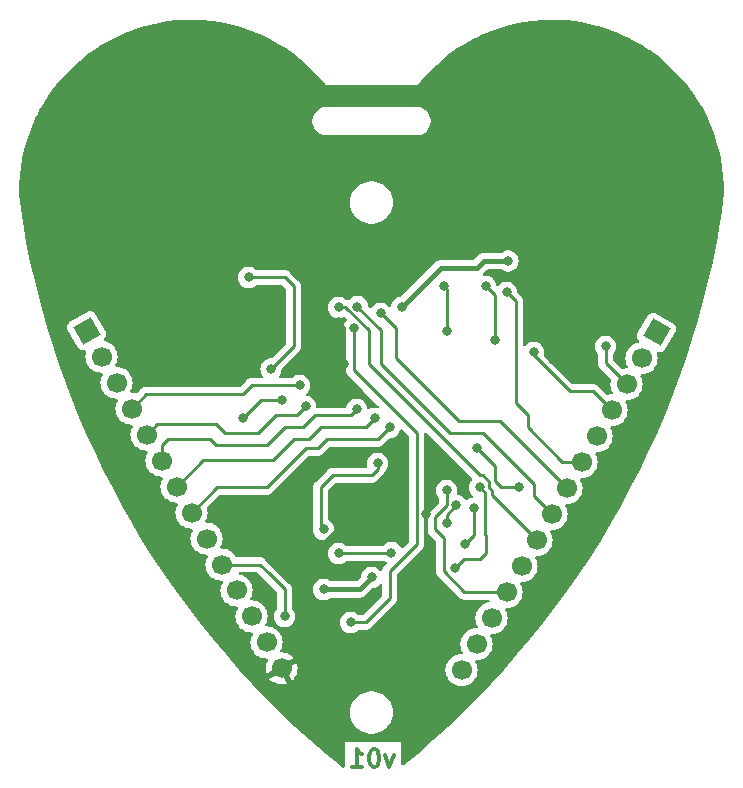
<source format=gbl>
%TF.GenerationSoftware,KiCad,Pcbnew,7.0.9*%
%TF.CreationDate,2024-03-20T17:49:37+05:30*%
%TF.ProjectId,Valentino,56616c65-6e74-4696-9e6f-2e6b69636164,v01*%
%TF.SameCoordinates,Original*%
%TF.FileFunction,Copper,L2,Bot*%
%TF.FilePolarity,Positive*%
%FSLAX46Y46*%
G04 Gerber Fmt 4.6, Leading zero omitted, Abs format (unit mm)*
G04 Created by KiCad (PCBNEW 7.0.9) date 2024-03-20 17:49:37*
%MOMM*%
%LPD*%
G01*
G04 APERTURE LIST*
G04 Aperture macros list*
%AMHorizOval*
0 Thick line with rounded ends*
0 $1 width*
0 $2 $3 position (X,Y) of the first rounded end (center of the circle)*
0 $4 $5 position (X,Y) of the second rounded end (center of the circle)*
0 Add line between two ends*
20,1,$1,$2,$3,$4,$5,0*
0 Add two circle primitives to create the rounded ends*
1,1,$1,$2,$3*
1,1,$1,$4,$5*%
%AMRotRect*
0 Rectangle, with rotation*
0 The origin of the aperture is its center*
0 $1 length*
0 $2 width*
0 $3 Rotation angle, in degrees counterclockwise*
0 Add horizontal line*
21,1,$1,$2,0,0,$3*%
G04 Aperture macros list end*
%ADD10C,0.300000*%
%TA.AperFunction,NonConductor*%
%ADD11C,0.300000*%
%TD*%
%TA.AperFunction,ComponentPad*%
%ADD12RotRect,1.700000X1.700000X330.000000*%
%TD*%
%TA.AperFunction,ComponentPad*%
%ADD13HorizOval,1.700000X0.000000X0.000000X0.000000X0.000000X0*%
%TD*%
%TA.AperFunction,ComponentPad*%
%ADD14RotRect,1.700000X1.700000X30.000000*%
%TD*%
%TA.AperFunction,ComponentPad*%
%ADD15HorizOval,1.700000X0.000000X0.000000X0.000000X0.000000X0*%
%TD*%
%TA.AperFunction,ViaPad*%
%ADD16C,0.800000*%
%TD*%
%TA.AperFunction,Conductor*%
%ADD17C,0.381000*%
%TD*%
%TA.AperFunction,Conductor*%
%ADD18C,0.254000*%
%TD*%
G04 APERTURE END LIST*
D10*
D11*
X154274346Y-123006828D02*
X153917203Y-124006828D01*
X153917203Y-124006828D02*
X153560060Y-123006828D01*
X152702917Y-122506828D02*
X152560060Y-122506828D01*
X152560060Y-122506828D02*
X152417203Y-122578257D01*
X152417203Y-122578257D02*
X152345775Y-122649685D01*
X152345775Y-122649685D02*
X152274346Y-122792542D01*
X152274346Y-122792542D02*
X152202917Y-123078257D01*
X152202917Y-123078257D02*
X152202917Y-123435400D01*
X152202917Y-123435400D02*
X152274346Y-123721114D01*
X152274346Y-123721114D02*
X152345775Y-123863971D01*
X152345775Y-123863971D02*
X152417203Y-123935400D01*
X152417203Y-123935400D02*
X152560060Y-124006828D01*
X152560060Y-124006828D02*
X152702917Y-124006828D01*
X152702917Y-124006828D02*
X152845775Y-123935400D01*
X152845775Y-123935400D02*
X152917203Y-123863971D01*
X152917203Y-123863971D02*
X152988632Y-123721114D01*
X152988632Y-123721114D02*
X153060060Y-123435400D01*
X153060060Y-123435400D02*
X153060060Y-123078257D01*
X153060060Y-123078257D02*
X152988632Y-122792542D01*
X152988632Y-122792542D02*
X152917203Y-122649685D01*
X152917203Y-122649685D02*
X152845775Y-122578257D01*
X152845775Y-122578257D02*
X152702917Y-122506828D01*
X150774346Y-124006828D02*
X151631489Y-124006828D01*
X151202918Y-124006828D02*
X151202918Y-122506828D01*
X151202918Y-122506828D02*
X151345775Y-122721114D01*
X151345775Y-122721114D02*
X151488632Y-122863971D01*
X151488632Y-122863971D02*
X151631489Y-122935400D01*
D12*
%TO.P,VCC,1,Pin_1*%
%TO.N,VCC*%
X176530000Y-87193336D03*
D13*
%TO.P,VCC,2,Pin_2*%
%TO.N,/A0*%
X175260000Y-89393041D03*
%TO.P,VCC,3,Pin_3*%
%TO.N,/A1*%
X173990000Y-91592745D03*
%TO.P,VCC,4,Pin_4*%
%TO.N,/A2*%
X172720000Y-93792450D03*
%TO.P,VCC,5,Pin_5*%
%TO.N,/A3*%
X171450000Y-95992154D03*
%TO.P,VCC,6,Pin_6*%
%TO.N,/A4*%
X170180000Y-98191859D03*
%TO.P,VCC,7,Pin_7*%
%TO.N,/A5*%
X168910000Y-100391563D03*
%TO.P,VCC,8,Pin_8*%
%TO.N,/328_RX*%
X167640000Y-102591268D03*
%TO.P,VCC,9,Pin_9*%
%TO.N,/328_TX*%
X166370000Y-104790972D03*
%TO.P,VCC,10,Pin_10*%
%TO.N,/SS*%
X165100000Y-106990677D03*
%TO.P,VCC,11,Pin_11*%
%TO.N,/MOSI*%
X163830000Y-109190382D03*
%TO.P,VCC,12,Pin_12*%
%TO.N,/MISO*%
X162560000Y-111390086D03*
%TO.P,VCC,13,Pin_13*%
%TO.N,/SCK*%
X161290000Y-113589791D03*
%TO.P,VCC,14,Pin_14*%
%TO.N,VCC*%
X160020000Y-115789495D03*
%TD*%
D14*
%TO.P,J2,1,Pin_1*%
%TO.N,/D2*%
X128270000Y-87055252D03*
D15*
%TO.P,J2,2,Pin_2*%
%TO.N,/D3*%
X129539999Y-89254956D03*
%TO.P,J2,3,Pin_3*%
%TO.N,/D4*%
X130810000Y-91454660D03*
%TO.P,J2,4,Pin_4*%
%TO.N,/D5*%
X132080000Y-93654366D03*
%TO.P,J2,5,Pin_5*%
%TO.N,/D6*%
X133349999Y-95854070D03*
%TO.P,J2,6,Pin_6*%
%TO.N,/D7*%
X134619999Y-98053775D03*
%TO.P,J2,7,Pin_7*%
%TO.N,/D8*%
X135890000Y-100253479D03*
%TO.P,J2,8,Pin_8*%
%TO.N,/D9*%
X137159999Y-102453184D03*
%TO.P,J2,9,Pin_9*%
%TO.N,/AREF*%
X138429999Y-104652889D03*
%TO.P,J2,10,Pin_10*%
%TO.N,/RTS*%
X139700000Y-106852594D03*
%TO.P,J2,11,Pin_11*%
%TO.N,VCC*%
X140969999Y-109052298D03*
%TO.P,J2,12,Pin_12*%
%TO.N,+3.3V*%
X142240000Y-111252000D03*
%TO.P,J2,13,Pin_13*%
%TO.N,/RESET*%
X143509999Y-113451707D03*
%TO.P,J2,14,Pin_14*%
%TO.N,GND*%
X144780000Y-115651411D03*
%TD*%
D16*
%TO.N,VCC*%
X154940000Y-85090000D03*
X163957000Y-81153000D03*
%TO.N,/RESET*%
X150622000Y-111760000D03*
X150876000Y-86868000D03*
%TO.N,GND*%
X148590000Y-111252000D03*
X165674000Y-78486000D03*
X152400000Y-102616000D03*
X150200000Y-101430000D03*
X145730000Y-105156000D03*
X150099500Y-89916000D03*
X157160000Y-108204000D03*
X167725931Y-89576069D03*
X149606000Y-86360000D03*
X165608000Y-83058000D03*
X156986500Y-102616000D03*
%TO.N,+3.3V*%
X148336000Y-108966000D03*
X152400000Y-107950000D03*
%TO.N,/XTAL1*%
X148336000Y-103886000D03*
X141986000Y-82550000D03*
X143891000Y-90297000D03*
X152908000Y-98298000D03*
%TO.N,/XTAL2*%
X144780000Y-92964000D03*
X141478000Y-94488000D03*
%TO.N,/D5*%
X146304000Y-91694000D03*
%TO.N,/D6*%
X146812000Y-93472000D03*
%TO.N,/D7*%
X151130000Y-93726000D03*
%TO.N,/D8*%
X152654000Y-94488000D03*
%TO.N,/D9*%
X153924000Y-95250000D03*
%TO.N,/MOSI*%
X158750000Y-100584000D03*
%TO.N,/MISO*%
X160274000Y-105156000D03*
X161036000Y-102108000D03*
%TO.N,/SCK*%
X161544000Y-100330000D03*
X159497500Y-107188000D03*
%TO.N,Net-(U1-AVCC)*%
X164846000Y-100330000D03*
X161290000Y-97028000D03*
%TO.N,/AREF*%
X149606000Y-105918000D03*
X158750000Y-103378000D03*
X154092030Y-105840000D03*
X159560319Y-101820181D03*
%TO.N,/A1*%
X172212000Y-88392000D03*
%TO.N,/A2*%
X158496000Y-83312000D03*
X158750000Y-87122000D03*
X166116000Y-88900000D03*
%TO.N,/A3*%
X162814000Y-87884000D03*
X162052000Y-83312000D03*
%TO.N,/A4*%
X163830000Y-83820000D03*
%TO.N,/A5*%
X153162000Y-85598000D03*
%TO.N,/328_RX*%
X151212491Y-85007509D03*
%TO.N,/328_TX*%
X149606000Y-85090000D03*
%TO.N,/RTS*%
X145034000Y-111252000D03*
%TD*%
D17*
%TO.N,VCC*%
X158242000Y-81788000D02*
X161290000Y-81788000D01*
X154940000Y-85090000D02*
X158242000Y-81788000D01*
X161925000Y-81153000D02*
X163957000Y-81153000D01*
X161290000Y-81788000D02*
X161925000Y-81153000D01*
D18*
%TO.N,/RESET*%
X153924000Y-109728000D02*
X153924000Y-107442000D01*
X156210000Y-95758000D02*
X150876000Y-90424000D01*
X156210000Y-105156000D02*
X156210000Y-95758000D01*
X150622000Y-111760000D02*
X151892000Y-111760000D01*
X151892000Y-111760000D02*
X153924000Y-109728000D01*
X150876000Y-90424000D02*
X150876000Y-86868000D01*
X153924000Y-107442000D02*
X156210000Y-105156000D01*
%TO.N,GND*%
X165608000Y-83058000D02*
X165674000Y-82992000D01*
X145745000Y-105141000D02*
X148179844Y-105141000D01*
X156986500Y-102616000D02*
X156986500Y-105170500D01*
X165608000Y-83058000D02*
X167725931Y-85175931D01*
X152400000Y-102616000D02*
X151386000Y-102616000D01*
X145730000Y-108392000D02*
X145730000Y-105156000D01*
X150099500Y-89916000D02*
X150099500Y-86853500D01*
X150200000Y-103120844D02*
X150200000Y-101430000D01*
X165674000Y-82992000D02*
X165674000Y-78486000D01*
X150099500Y-86853500D02*
X149606000Y-86360000D01*
X167725931Y-85175931D02*
X167725931Y-89576069D01*
X151386000Y-102616000D02*
X150200000Y-101430000D01*
X145730000Y-105156000D02*
X145745000Y-105141000D01*
X156986500Y-105170500D02*
X157480000Y-105664000D01*
X148179844Y-105141000D02*
X150200000Y-103120844D01*
X148590000Y-111252000D02*
X145730000Y-108392000D01*
X157480000Y-107884000D02*
X157160000Y-108204000D01*
X157480000Y-105664000D02*
X157480000Y-107884000D01*
D17*
%TO.N,+3.3V*%
X148336000Y-108966000D02*
X151384000Y-108966000D01*
X151384000Y-108966000D02*
X152400000Y-107950000D01*
D18*
%TO.N,/XTAL1*%
X148082000Y-103632000D02*
X148336000Y-103886000D01*
X145796000Y-83820000D02*
X145796000Y-88392000D01*
X152908000Y-98806000D02*
X152400000Y-99314000D01*
X152400000Y-99314000D02*
X149098000Y-99314000D01*
X152908000Y-98298000D02*
X152908000Y-98806000D01*
X148082000Y-100330000D02*
X148082000Y-103632000D01*
X145796000Y-83820000D02*
X145796000Y-83312000D01*
X145796000Y-88392000D02*
X143891000Y-90297000D01*
X145034000Y-82550000D02*
X141986000Y-82550000D01*
X145796000Y-83312000D02*
X145034000Y-82550000D01*
X149098000Y-99314000D02*
X148082000Y-100330000D01*
%TO.N,/XTAL2*%
X141478000Y-94488000D02*
X143002000Y-92964000D01*
X143002000Y-92964000D02*
X144780000Y-92964000D01*
%TO.N,/D5*%
X133278366Y-92456000D02*
X141478000Y-92456000D01*
X142240000Y-91694000D02*
X146304000Y-91694000D01*
X132080000Y-93654366D02*
X133278366Y-92456000D01*
X141478000Y-92456000D02*
X142240000Y-91694000D01*
%TO.N,/D6*%
X134208069Y-94996000D02*
X133349999Y-95854070D01*
X142748000Y-95758000D02*
X139954000Y-95758000D01*
X139192000Y-94996000D02*
X134208069Y-94996000D01*
X139954000Y-95758000D02*
X139192000Y-94996000D01*
X144272000Y-94234000D02*
X142748000Y-95758000D01*
X146050000Y-94234000D02*
X144272000Y-94234000D01*
X146812000Y-93472000D02*
X146050000Y-94234000D01*
%TO.N,/D7*%
X147574000Y-94234000D02*
X150622000Y-94234000D01*
X150622000Y-94234000D02*
X151130000Y-93726000D01*
X135128000Y-96266000D02*
X138684000Y-96266000D01*
X143510000Y-96774000D02*
X145034000Y-95250000D01*
X145034000Y-95250000D02*
X145288000Y-95250000D01*
X145288000Y-95250000D02*
X146558000Y-95250000D01*
X134619999Y-98053775D02*
X134619999Y-96774001D01*
X146558000Y-95250000D02*
X147574000Y-94234000D01*
X138684000Y-96266000D02*
X139192000Y-96774000D01*
X134619999Y-96774001D02*
X135128000Y-96266000D01*
X139192000Y-96774000D02*
X143510000Y-96774000D01*
%TO.N,/D8*%
X151892000Y-95250000D02*
X152654000Y-94488000D01*
X148082000Y-95250000D02*
X151892000Y-95250000D01*
X145796000Y-96266000D02*
X147066000Y-96266000D01*
X144018000Y-98044000D02*
X145796000Y-96266000D01*
X138099479Y-98044000D02*
X144018000Y-98044000D01*
X135890000Y-100253479D02*
X138099479Y-98044000D01*
X147066000Y-96266000D02*
X148082000Y-95250000D01*
%TO.N,/D9*%
X148590000Y-96266000D02*
X147828000Y-97028000D01*
X153924000Y-95250000D02*
X152908000Y-96266000D01*
X143510000Y-100330000D02*
X139283183Y-100330000D01*
X146812000Y-97028000D02*
X143510000Y-100330000D01*
X147828000Y-97028000D02*
X146812000Y-97028000D01*
X139283183Y-100330000D02*
X137159999Y-102453184D01*
X152908000Y-96266000D02*
X148590000Y-96266000D01*
%TO.N,/MOSI*%
X157734000Y-103886000D02*
X157734000Y-102870000D01*
X158496000Y-107442000D02*
X158496000Y-104648000D01*
X163830000Y-109190382D02*
X160244382Y-109190382D01*
X157734000Y-102870000D02*
X158750000Y-101854000D01*
X160244382Y-109190382D02*
X158496000Y-107442000D01*
X158496000Y-104648000D02*
X157734000Y-103886000D01*
X158750000Y-101854000D02*
X158750000Y-100584000D01*
%TO.N,/MISO*%
X161036000Y-102108000D02*
X161036000Y-104394000D01*
X161036000Y-104394000D02*
X160274000Y-105156000D01*
%TO.N,/SCK*%
X162037000Y-104379000D02*
X162037000Y-100823000D01*
X161544000Y-106426000D02*
X162052000Y-105918000D01*
X160259500Y-106426000D02*
X159497500Y-107188000D01*
X162037000Y-100823000D02*
X161544000Y-100330000D01*
X162052000Y-104394000D02*
X162037000Y-104379000D01*
X162052000Y-105918000D02*
X162052000Y-104394000D01*
X161544000Y-106426000D02*
X160259500Y-106426000D01*
%TO.N,Net-(U1-AVCC)*%
X163322000Y-100330000D02*
X164846000Y-100330000D01*
X162814000Y-99822000D02*
X163322000Y-100330000D01*
X162814000Y-98552000D02*
X162814000Y-99822000D01*
X161290000Y-97028000D02*
X162814000Y-98552000D01*
%TO.N,/AREF*%
X154014030Y-105918000D02*
X154092030Y-105840000D01*
X149606000Y-105918000D02*
X154014030Y-105918000D01*
X158750000Y-102630500D02*
X159560319Y-101820181D01*
X158750000Y-103378000D02*
X158750000Y-102630500D01*
%TO.N,/A1*%
X172212000Y-88392000D02*
X172212000Y-89814745D01*
X172212000Y-89814745D02*
X173990000Y-91592745D01*
%TO.N,/A2*%
X166116000Y-89154000D02*
X166116000Y-88900000D01*
X171129550Y-92202000D02*
X169164000Y-92202000D01*
X169164000Y-92202000D02*
X166116000Y-89154000D01*
X158750000Y-83566000D02*
X158496000Y-83312000D01*
X172720000Y-93792450D02*
X171129550Y-92202000D01*
X158750000Y-87122000D02*
X158750000Y-83566000D01*
%TO.N,/A3*%
X162052000Y-83312000D02*
X162814000Y-84074000D01*
X162814000Y-84074000D02*
X162814000Y-87884000D01*
%TO.N,/A4*%
X163830000Y-83820000D02*
X164592000Y-84582000D01*
X164592000Y-84582000D02*
X164592000Y-93218000D01*
X165608000Y-95250000D02*
X168549859Y-98191859D01*
X168549859Y-98191859D02*
X170180000Y-98191859D01*
X165608000Y-94234000D02*
X165608000Y-95250000D01*
X164592000Y-93218000D02*
X165608000Y-94234000D01*
%TO.N,/A5*%
X154432000Y-86868000D02*
X154432000Y-89408000D01*
X153162000Y-85598000D02*
X154432000Y-86868000D01*
X159766000Y-94742000D02*
X163260437Y-94742000D01*
X163260437Y-94742000D02*
X168910000Y-100391563D01*
X154432000Y-89408000D02*
X159766000Y-94742000D01*
%TO.N,/328_RX*%
X153162000Y-89916000D02*
X159004000Y-95758000D01*
X153162000Y-86957018D02*
X153162000Y-89916000D01*
X161798000Y-95758000D02*
X166116000Y-100076000D01*
X159004000Y-95758000D02*
X161798000Y-95758000D01*
X166116000Y-101067268D02*
X167640000Y-102591268D01*
X166116000Y-100076000D02*
X166116000Y-101067268D01*
X151212491Y-85007509D02*
X153162000Y-86957018D01*
%TO.N,/328_TX*%
X152146000Y-89916000D02*
X161544000Y-99314000D01*
X149606000Y-85090000D02*
X150196844Y-85090000D01*
X162560000Y-100980972D02*
X166370000Y-104790972D01*
X162310000Y-99826000D02*
X162310000Y-99997156D01*
X152146000Y-87039156D02*
X152146000Y-89916000D01*
X162321000Y-100008156D02*
X162321000Y-100345000D01*
X150196844Y-85090000D02*
X152146000Y-87039156D01*
X162310000Y-99997156D02*
X162321000Y-100008156D01*
X162560000Y-100584000D02*
X162560000Y-100980972D01*
X161544000Y-99314000D02*
X161798000Y-99314000D01*
X161798000Y-99314000D02*
X162310000Y-99826000D01*
X162321000Y-100345000D02*
X162560000Y-100584000D01*
%TO.N,/RTS*%
X139700000Y-106852594D02*
X142920594Y-106852594D01*
X143764000Y-107696000D02*
X145034000Y-108966000D01*
X145034000Y-108966000D02*
X145034000Y-111252000D01*
X142920594Y-106852594D02*
X143764000Y-107696000D01*
%TD*%
%TA.AperFunction,Conductor*%
%TO.N,GND*%
G36*
X137356482Y-60720829D02*
G01*
X138103078Y-60753137D01*
X138106209Y-60753353D01*
X138769602Y-60816495D01*
X138850122Y-60824160D01*
X138853287Y-60824543D01*
X139592535Y-60933656D01*
X139595690Y-60934205D01*
X140328329Y-61081338D01*
X140331420Y-61082042D01*
X141038947Y-61262579D01*
X141055487Y-61266800D01*
X141058551Y-61267666D01*
X141772155Y-61489571D01*
X141775110Y-61490575D01*
X142476329Y-61749031D01*
X142479208Y-61750178D01*
X143166119Y-62044477D01*
X143169014Y-62045807D01*
X143597776Y-62256331D01*
X143839800Y-62375166D01*
X143842585Y-62376623D01*
X144495501Y-62740189D01*
X144498215Y-62741793D01*
X145131465Y-63138564D01*
X145134114Y-63140320D01*
X145746029Y-63569248D01*
X145748569Y-63571128D01*
X146337538Y-64031083D01*
X146339995Y-64033107D01*
X146904398Y-64522824D01*
X146906761Y-64524984D01*
X147445146Y-65043200D01*
X147447370Y-65045452D01*
X147958301Y-65590789D01*
X147960412Y-65593163D01*
X148420118Y-66137630D01*
X148437090Y-66163819D01*
X148439210Y-66168222D01*
X148439211Y-66168223D01*
X148439212Y-66168224D01*
X148446681Y-66174180D01*
X148466145Y-66193601D01*
X148468448Y-66196476D01*
X148479101Y-66202333D01*
X148496667Y-66214044D01*
X148499447Y-66216261D01*
X148510767Y-66225289D01*
X148510769Y-66225290D01*
X148511063Y-66225357D01*
X148526675Y-66231296D01*
X148526699Y-66231224D01*
X148538340Y-66234907D01*
X148538342Y-66234908D01*
X148563056Y-66237638D01*
X148570036Y-66238817D01*
X148577410Y-66240500D01*
X148585542Y-66240500D01*
X148592349Y-66240874D01*
X148617624Y-66243667D01*
X148617629Y-66243665D01*
X148629789Y-66242614D01*
X148629807Y-66242828D01*
X148646169Y-66240500D01*
X156163806Y-66240500D01*
X156180159Y-66242828D01*
X156180178Y-66242611D01*
X156192346Y-66243665D01*
X156192348Y-66243664D01*
X156192350Y-66243665D01*
X156217642Y-66240873D01*
X156224445Y-66240500D01*
X156232588Y-66240500D01*
X156232590Y-66240500D01*
X156239942Y-66238821D01*
X156246946Y-66237640D01*
X156250436Y-66237254D01*
X156271633Y-66234916D01*
X156271635Y-66234914D01*
X156283285Y-66231232D01*
X156283306Y-66231300D01*
X156298918Y-66225361D01*
X156299231Y-66225290D01*
X156313319Y-66214054D01*
X156330886Y-66202344D01*
X156341532Y-66196493D01*
X156343846Y-66193605D01*
X156363299Y-66174195D01*
X156370788Y-66168224D01*
X156372883Y-66163871D01*
X156389869Y-66137662D01*
X156849500Y-65593428D01*
X156851588Y-65591081D01*
X157362420Y-65045991D01*
X157364630Y-65043750D01*
X157902951Y-64525730D01*
X157905247Y-64523632D01*
X158469601Y-64034085D01*
X158472003Y-64032109D01*
X159060833Y-63572385D01*
X159063386Y-63570495D01*
X159675161Y-63141782D01*
X159677772Y-63140051D01*
X160310879Y-62743484D01*
X160313593Y-62741880D01*
X160966315Y-62378533D01*
X160969125Y-62377063D01*
X161426565Y-62152530D01*
X161639733Y-62047897D01*
X161642632Y-62046567D01*
X161646039Y-62045108D01*
X162329319Y-61752468D01*
X162332258Y-61751299D01*
X163033237Y-61493032D01*
X163036205Y-61492025D01*
X163749599Y-61270287D01*
X163752623Y-61269433D01*
X164476498Y-61084823D01*
X164479563Y-61084125D01*
X165212004Y-60937130D01*
X165215113Y-60936589D01*
X165954153Y-60827603D01*
X165957308Y-60827222D01*
X166217763Y-60802465D01*
X166700983Y-60756534D01*
X166704123Y-60756317D01*
X167450489Y-60724115D01*
X167453644Y-60724061D01*
X168200656Y-60730433D01*
X168203800Y-60730541D01*
X168523469Y-60749801D01*
X168949470Y-60775468D01*
X168952660Y-60775743D01*
X169694997Y-60859102D01*
X169698169Y-60859542D01*
X170435195Y-60981110D01*
X170438329Y-60981709D01*
X171168138Y-61141173D01*
X171171203Y-61141926D01*
X171891821Y-61338857D01*
X171894861Y-61339773D01*
X172604337Y-61573638D01*
X172607305Y-61574703D01*
X173303770Y-61844885D01*
X173306690Y-61846105D01*
X173988257Y-62151873D01*
X173991144Y-62153259D01*
X174655998Y-62493794D01*
X174658809Y-62495327D01*
X175305215Y-62869742D01*
X175307934Y-62871412D01*
X175934163Y-63278707D01*
X175936736Y-63280476D01*
X176541130Y-63719577D01*
X176543629Y-63721493D01*
X177058329Y-64137666D01*
X177124514Y-64191181D01*
X177126952Y-64193258D01*
X177682808Y-64692302D01*
X177685132Y-64694500D01*
X178214488Y-65221576D01*
X178216667Y-65223862D01*
X178372099Y-65395494D01*
X178718116Y-65777576D01*
X178720204Y-65780004D01*
X179192389Y-66358853D01*
X179194311Y-66361337D01*
X179635999Y-66963811D01*
X179637816Y-66966429D01*
X180047797Y-67590877D01*
X180049484Y-67593599D01*
X180426671Y-68238362D01*
X180428216Y-68241167D01*
X180771628Y-68904570D01*
X180773024Y-68907448D01*
X180848128Y-69072941D01*
X181081713Y-69587655D01*
X181082961Y-69590604D01*
X181355408Y-70284023D01*
X181356134Y-70285869D01*
X181357215Y-70288843D01*
X181593583Y-70995646D01*
X181594134Y-70997293D01*
X181595071Y-71000356D01*
X181795098Y-71720081D01*
X181795875Y-71723187D01*
X181958479Y-72452274D01*
X181959095Y-72455417D01*
X182083841Y-73191919D01*
X182084294Y-73195089D01*
X182170855Y-73937063D01*
X182171144Y-73940252D01*
X182219282Y-74685674D01*
X182219406Y-74688874D01*
X182228998Y-75435814D01*
X182228957Y-75439016D01*
X182200330Y-76176344D01*
X182199620Y-76183600D01*
X181994983Y-77481625D01*
X181935989Y-77855830D01*
X181632382Y-79534215D01*
X181290938Y-81205314D01*
X180911832Y-82868273D01*
X180495257Y-84522244D01*
X180041427Y-86166383D01*
X179550572Y-87799850D01*
X179022943Y-89421812D01*
X178458810Y-91031442D01*
X177858460Y-92627917D01*
X177222199Y-94210424D01*
X176550353Y-95778154D01*
X175843264Y-97330307D01*
X175101294Y-98866091D01*
X174324820Y-100384723D01*
X173514239Y-101885427D01*
X172669965Y-103367438D01*
X171792429Y-104829999D01*
X170882078Y-106272363D01*
X169939377Y-107693795D01*
X168964807Y-109093570D01*
X167958866Y-110470972D01*
X166922067Y-111825299D01*
X165854939Y-113155859D01*
X164758026Y-114461974D01*
X163631889Y-115742978D01*
X162477102Y-116998215D01*
X161294255Y-118227047D01*
X160083951Y-119428844D01*
X158846808Y-120602995D01*
X157583457Y-121748900D01*
X156294543Y-122865975D01*
X155130685Y-123829498D01*
X155066494Y-123857086D01*
X154997577Y-123845589D01*
X154945815Y-123798658D01*
X154927612Y-123733982D01*
X154927612Y-121851037D01*
X150118555Y-121851037D01*
X150118555Y-123934139D01*
X150098870Y-124001178D01*
X150046066Y-124046933D01*
X149976908Y-124056877D01*
X149917659Y-124031417D01*
X149819277Y-123953648D01*
X149702638Y-123857086D01*
X148505457Y-122865975D01*
X147216542Y-121748901D01*
X145953191Y-120602996D01*
X144716047Y-119428845D01*
X144666860Y-119380004D01*
X150594451Y-119380004D01*
X150614616Y-119649101D01*
X150674664Y-119912188D01*
X150674666Y-119912195D01*
X150773257Y-120163398D01*
X150908185Y-120397102D01*
X150918189Y-120409646D01*
X151076442Y-120608089D01*
X151134141Y-120661625D01*
X151274259Y-120791635D01*
X151497226Y-120943651D01*
X151740359Y-121060738D01*
X151998228Y-121140280D01*
X151998229Y-121140280D01*
X151998232Y-121140281D01*
X152265063Y-121180499D01*
X152265068Y-121180499D01*
X152265071Y-121180500D01*
X152265072Y-121180500D01*
X152534928Y-121180500D01*
X152534929Y-121180500D01*
X152534936Y-121180499D01*
X152801767Y-121140281D01*
X152801768Y-121140280D01*
X152801772Y-121140280D01*
X153059641Y-121060738D01*
X153302775Y-120943651D01*
X153525741Y-120791635D01*
X153723561Y-120608085D01*
X153891815Y-120397102D01*
X154026743Y-120163398D01*
X154125334Y-119912195D01*
X154185383Y-119649103D01*
X154205549Y-119380000D01*
X154185383Y-119110897D01*
X154125334Y-118847805D01*
X154026743Y-118596602D01*
X153891815Y-118362898D01*
X153723561Y-118151915D01*
X153723560Y-118151914D01*
X153723557Y-118151910D01*
X153525741Y-117968365D01*
X153302775Y-117816349D01*
X153302769Y-117816346D01*
X153302768Y-117816345D01*
X153302767Y-117816344D01*
X153059643Y-117699263D01*
X153059645Y-117699263D01*
X152801773Y-117619720D01*
X152801767Y-117619718D01*
X152534936Y-117579500D01*
X152534929Y-117579500D01*
X152265071Y-117579500D01*
X152265063Y-117579500D01*
X151998232Y-117619718D01*
X151998226Y-117619720D01*
X151740358Y-117699262D01*
X151497230Y-117816346D01*
X151274258Y-117968365D01*
X151076442Y-118151910D01*
X150908185Y-118362898D01*
X150773258Y-118596599D01*
X150773256Y-118596603D01*
X150674666Y-118847804D01*
X150674664Y-118847811D01*
X150614616Y-119110898D01*
X150594451Y-119379995D01*
X150594451Y-119380004D01*
X144666860Y-119380004D01*
X143505743Y-118227047D01*
X142322895Y-116998216D01*
X141168108Y-115742979D01*
X140041970Y-114461976D01*
X138945057Y-113155861D01*
X137877929Y-111825300D01*
X136841129Y-110470973D01*
X135835187Y-109093572D01*
X134860617Y-107693797D01*
X133917916Y-106272365D01*
X133007565Y-104830001D01*
X132130028Y-103367440D01*
X131285753Y-101885430D01*
X130475172Y-100384726D01*
X129698698Y-98866094D01*
X128956727Y-97330310D01*
X128249638Y-95778156D01*
X127577791Y-94210426D01*
X126941531Y-92627920D01*
X126341180Y-91031445D01*
X125777046Y-89421815D01*
X125249417Y-87799852D01*
X124935790Y-86756165D01*
X126603373Y-86756165D01*
X126627241Y-86898091D01*
X126651499Y-86952928D01*
X127549369Y-88508080D01*
X127549371Y-88508084D01*
X127574865Y-88542999D01*
X127584725Y-88556502D01*
X127693325Y-88646171D01*
X127695704Y-88648135D01*
X127695706Y-88648137D01*
X127801455Y-88693420D01*
X127828007Y-88704791D01*
X127970912Y-88721878D01*
X128109224Y-88698618D01*
X128178599Y-88706912D01*
X128232478Y-88751397D01*
X128253753Y-88817948D01*
X128249563Y-88852994D01*
X128204937Y-89019542D01*
X128204935Y-89019552D01*
X128184340Y-89254955D01*
X128184340Y-89254956D01*
X128204935Y-89490359D01*
X128204937Y-89490369D01*
X128266093Y-89718611D01*
X128266095Y-89718615D01*
X128266096Y-89718619D01*
X128332548Y-89861125D01*
X128365964Y-89932786D01*
X128365966Y-89932790D01*
X128443591Y-90043649D01*
X128501504Y-90126357D01*
X128668598Y-90293451D01*
X128707241Y-90320509D01*
X128862164Y-90428988D01*
X128862166Y-90428989D01*
X128862169Y-90428991D01*
X129076336Y-90528859D01*
X129304591Y-90590019D01*
X129530257Y-90609762D01*
X129595325Y-90635214D01*
X129636304Y-90691805D01*
X129640182Y-90761567D01*
X129631831Y-90785695D01*
X129536098Y-90990995D01*
X129536094Y-90991004D01*
X129474938Y-91219246D01*
X129474936Y-91219256D01*
X129454341Y-91454659D01*
X129454341Y-91454660D01*
X129474936Y-91690063D01*
X129474938Y-91690073D01*
X129536094Y-91918315D01*
X129536096Y-91918319D01*
X129536097Y-91918323D01*
X129600484Y-92056400D01*
X129635965Y-92132490D01*
X129635967Y-92132494D01*
X129726446Y-92261710D01*
X129771505Y-92326061D01*
X129938599Y-92493155D01*
X129984124Y-92525032D01*
X130132165Y-92628692D01*
X130132167Y-92628693D01*
X130132170Y-92628695D01*
X130346337Y-92728563D01*
X130346343Y-92728564D01*
X130346344Y-92728565D01*
X130401285Y-92743286D01*
X130574592Y-92789723D01*
X130800258Y-92809466D01*
X130865326Y-92834918D01*
X130906305Y-92891509D01*
X130910183Y-92961271D01*
X130901832Y-92985399D01*
X130806098Y-93190701D01*
X130806094Y-93190710D01*
X130744938Y-93418952D01*
X130744936Y-93418962D01*
X130724341Y-93654365D01*
X130724341Y-93654366D01*
X130744936Y-93889769D01*
X130744938Y-93889779D01*
X130806094Y-94118021D01*
X130806096Y-94118025D01*
X130806097Y-94118029D01*
X130890832Y-94299744D01*
X130905965Y-94332196D01*
X130905967Y-94332200D01*
X131002655Y-94470284D01*
X131041505Y-94525767D01*
X131208599Y-94692861D01*
X131305384Y-94760631D01*
X131402165Y-94828398D01*
X131402167Y-94828399D01*
X131402170Y-94828401D01*
X131616337Y-94928269D01*
X131844592Y-94989429D01*
X132070256Y-95009172D01*
X132135324Y-95034624D01*
X132176303Y-95091215D01*
X132180181Y-95160977D01*
X132171830Y-95185105D01*
X132076097Y-95390405D01*
X132076093Y-95390414D01*
X132014937Y-95618656D01*
X132014935Y-95618666D01*
X131994340Y-95854069D01*
X131994340Y-95854070D01*
X132014935Y-96089473D01*
X132014937Y-96089483D01*
X132076093Y-96317725D01*
X132076095Y-96317729D01*
X132076096Y-96317733D01*
X132107844Y-96385816D01*
X132175964Y-96531900D01*
X132175966Y-96531904D01*
X132272654Y-96669988D01*
X132311504Y-96725471D01*
X132478598Y-96892565D01*
X132531802Y-96929819D01*
X132672164Y-97028102D01*
X132672166Y-97028103D01*
X132672169Y-97028105D01*
X132886336Y-97127973D01*
X133114591Y-97189133D01*
X133340257Y-97208876D01*
X133405325Y-97234328D01*
X133446304Y-97290919D01*
X133450182Y-97360681D01*
X133441831Y-97384809D01*
X133412087Y-97448594D01*
X133363378Y-97553052D01*
X133346097Y-97590110D01*
X133346093Y-97590119D01*
X133284937Y-97818361D01*
X133284935Y-97818371D01*
X133264340Y-98053774D01*
X133264340Y-98053775D01*
X133284935Y-98289178D01*
X133284937Y-98289188D01*
X133346093Y-98517430D01*
X133346095Y-98517434D01*
X133346096Y-98517438D01*
X133425551Y-98687829D01*
X133445964Y-98731605D01*
X133445966Y-98731609D01*
X133542654Y-98869693D01*
X133581504Y-98925176D01*
X133748598Y-99092270D01*
X133822268Y-99143854D01*
X133942164Y-99227807D01*
X133942166Y-99227808D01*
X133942169Y-99227810D01*
X134156336Y-99327678D01*
X134384591Y-99388838D01*
X134610257Y-99408581D01*
X134675325Y-99434033D01*
X134716304Y-99490624D01*
X134720182Y-99560386D01*
X134711831Y-99584514D01*
X134627788Y-99764745D01*
X134622977Y-99775063D01*
X134616098Y-99789814D01*
X134616094Y-99789823D01*
X134554938Y-100018065D01*
X134554936Y-100018075D01*
X134534341Y-100253478D01*
X134534341Y-100253479D01*
X134554936Y-100488882D01*
X134554938Y-100488892D01*
X134616094Y-100717134D01*
X134616096Y-100717138D01*
X134616097Y-100717142D01*
X134683746Y-100862216D01*
X134715965Y-100931309D01*
X134715967Y-100931313D01*
X134812655Y-101069397D01*
X134851505Y-101124880D01*
X135018599Y-101291974D01*
X135093160Y-101344182D01*
X135212165Y-101427511D01*
X135212167Y-101427512D01*
X135212170Y-101427514D01*
X135426337Y-101527382D01*
X135426343Y-101527383D01*
X135426344Y-101527384D01*
X135443187Y-101531897D01*
X135654592Y-101588542D01*
X135880257Y-101608285D01*
X135945325Y-101633737D01*
X135986304Y-101690328D01*
X135990182Y-101760090D01*
X135981831Y-101784218D01*
X135886097Y-101989519D01*
X135886093Y-101989528D01*
X135824937Y-102217770D01*
X135824935Y-102217780D01*
X135804340Y-102453183D01*
X135804340Y-102453184D01*
X135824935Y-102688587D01*
X135824937Y-102688597D01*
X135886093Y-102916839D01*
X135886095Y-102916843D01*
X135886096Y-102916847D01*
X135950086Y-103054073D01*
X135985964Y-103131014D01*
X135985966Y-103131018D01*
X136082654Y-103269102D01*
X136121504Y-103324585D01*
X136288598Y-103491679D01*
X136385383Y-103559449D01*
X136482164Y-103627216D01*
X136482166Y-103627217D01*
X136482169Y-103627219D01*
X136696336Y-103727087D01*
X136924591Y-103788247D01*
X137150257Y-103807990D01*
X137215325Y-103833442D01*
X137256304Y-103890033D01*
X137260182Y-103959795D01*
X137251831Y-103983923D01*
X137156097Y-104189224D01*
X137156093Y-104189233D01*
X137094937Y-104417475D01*
X137094935Y-104417485D01*
X137074340Y-104652888D01*
X137074340Y-104652889D01*
X137094935Y-104888292D01*
X137094937Y-104888302D01*
X137156093Y-105116544D01*
X137156095Y-105116548D01*
X137156096Y-105116552D01*
X137235168Y-105286121D01*
X137255964Y-105330719D01*
X137255966Y-105330723D01*
X137352651Y-105468802D01*
X137391504Y-105524290D01*
X137558598Y-105691384D01*
X137613376Y-105729740D01*
X137752164Y-105826921D01*
X137752166Y-105826922D01*
X137752169Y-105826924D01*
X137966336Y-105926792D01*
X138194591Y-105987952D01*
X138420257Y-106007695D01*
X138485325Y-106033147D01*
X138526304Y-106089738D01*
X138530182Y-106159500D01*
X138521831Y-106183627D01*
X138426099Y-106388924D01*
X138426094Y-106388938D01*
X138364938Y-106617180D01*
X138364936Y-106617190D01*
X138344341Y-106852593D01*
X138344341Y-106852594D01*
X138364936Y-107087997D01*
X138364938Y-107088007D01*
X138426094Y-107316249D01*
X138426096Y-107316253D01*
X138426097Y-107316257D01*
X138490487Y-107454341D01*
X138525965Y-107530424D01*
X138525967Y-107530428D01*
X138620616Y-107665599D01*
X138661505Y-107723995D01*
X138828599Y-107891089D01*
X138925384Y-107958859D01*
X139022165Y-108026626D01*
X139022167Y-108026627D01*
X139022170Y-108026629D01*
X139236337Y-108126497D01*
X139464592Y-108187657D01*
X139690256Y-108207400D01*
X139755324Y-108232852D01*
X139796303Y-108289443D01*
X139800181Y-108359205D01*
X139791830Y-108383333D01*
X139696097Y-108588633D01*
X139696093Y-108588642D01*
X139634937Y-108816884D01*
X139634935Y-108816894D01*
X139614340Y-109052297D01*
X139614340Y-109052298D01*
X139634935Y-109287701D01*
X139634937Y-109287711D01*
X139696093Y-109515953D01*
X139696095Y-109515957D01*
X139696096Y-109515961D01*
X139789597Y-109716474D01*
X139795964Y-109730128D01*
X139795966Y-109730132D01*
X139892654Y-109868216D01*
X139931504Y-109923699D01*
X140098598Y-110090793D01*
X140166452Y-110138305D01*
X140292164Y-110226330D01*
X140292166Y-110226331D01*
X140292169Y-110226333D01*
X140506336Y-110326201D01*
X140734591Y-110387361D01*
X140960256Y-110407104D01*
X141025324Y-110432556D01*
X141066303Y-110489147D01*
X141070181Y-110558909D01*
X141061830Y-110583037D01*
X140966098Y-110788335D01*
X140966094Y-110788344D01*
X140904938Y-111016586D01*
X140904936Y-111016596D01*
X140884341Y-111251999D01*
X140884341Y-111252000D01*
X140904936Y-111487403D01*
X140904938Y-111487413D01*
X140966094Y-111715655D01*
X140966096Y-111715659D01*
X140966097Y-111715663D01*
X141017222Y-111825300D01*
X141065965Y-111929830D01*
X141065967Y-111929834D01*
X141162654Y-112067916D01*
X141201505Y-112123401D01*
X141368599Y-112290495D01*
X141439968Y-112340468D01*
X141562165Y-112426032D01*
X141562167Y-112426033D01*
X141562170Y-112426035D01*
X141776337Y-112525903D01*
X142004592Y-112587063D01*
X142230257Y-112606806D01*
X142295325Y-112632258D01*
X142336304Y-112688849D01*
X142340182Y-112758611D01*
X142331831Y-112782738D01*
X142236098Y-112988037D01*
X142236093Y-112988051D01*
X142174937Y-113216293D01*
X142174935Y-113216303D01*
X142154340Y-113451706D01*
X142154340Y-113451707D01*
X142174935Y-113687110D01*
X142174937Y-113687120D01*
X142236093Y-113915362D01*
X142236095Y-113915366D01*
X142236096Y-113915370D01*
X142300482Y-114053446D01*
X142335964Y-114129537D01*
X142335966Y-114129541D01*
X142432654Y-114267625D01*
X142471504Y-114323108D01*
X142638598Y-114490202D01*
X142735383Y-114557972D01*
X142832164Y-114625739D01*
X142832166Y-114625740D01*
X142832169Y-114625742D01*
X143046336Y-114725610D01*
X143274591Y-114786770D01*
X143500787Y-114806560D01*
X143565855Y-114832013D01*
X143606834Y-114888604D01*
X143610712Y-114958366D01*
X143602361Y-114982493D01*
X143506570Y-115187918D01*
X143506566Y-115187927D01*
X143445432Y-115416084D01*
X143445430Y-115416095D01*
X143424843Y-115651409D01*
X143424843Y-115651412D01*
X143445430Y-115886726D01*
X143445432Y-115886737D01*
X143502635Y-116100221D01*
X144280000Y-115651410D01*
X144280000Y-115723300D01*
X144320507Y-115861255D01*
X144398239Y-115982209D01*
X144506900Y-116076363D01*
X144527591Y-116085812D01*
X143752635Y-116533234D01*
X143908917Y-116689516D01*
X144102421Y-116825011D01*
X144316507Y-116924840D01*
X144316516Y-116924844D01*
X144544673Y-116985978D01*
X144544684Y-116985980D01*
X144779998Y-117006568D01*
X144780002Y-117006568D01*
X145015315Y-116985980D01*
X145015322Y-116985979D01*
X145228811Y-116928774D01*
X144780000Y-116151411D01*
X144815763Y-116151411D01*
X144922315Y-116136091D01*
X145053100Y-116076363D01*
X145161761Y-115982209D01*
X145213330Y-115901964D01*
X145661823Y-116678774D01*
X145818106Y-116522492D01*
X145818109Y-116522489D01*
X145953600Y-116328989D01*
X146053429Y-116114903D01*
X146053433Y-116114894D01*
X146114567Y-115886737D01*
X146114569Y-115886726D01*
X146135157Y-115651412D01*
X146135157Y-115651409D01*
X146114569Y-115416095D01*
X146114568Y-115416088D01*
X146057363Y-115202598D01*
X145280000Y-115651408D01*
X145280000Y-115579522D01*
X145239493Y-115441567D01*
X145161761Y-115320613D01*
X145053100Y-115226459D01*
X145032406Y-115217008D01*
X145807363Y-114769586D01*
X145651082Y-114613305D01*
X145457578Y-114477810D01*
X145243492Y-114377981D01*
X145243483Y-114377977D01*
X145015326Y-114316843D01*
X145015316Y-114316841D01*
X144789517Y-114297086D01*
X144724449Y-114271633D01*
X144683470Y-114215042D01*
X144679592Y-114145280D01*
X144687941Y-114121157D01*
X144783902Y-113915370D01*
X144845062Y-113687115D01*
X144865658Y-113451707D01*
X144845062Y-113216299D01*
X144783902Y-112988044D01*
X144684034Y-112773878D01*
X144667122Y-112749724D01*
X144548493Y-112580304D01*
X144381401Y-112413213D01*
X144381394Y-112413208D01*
X144187833Y-112277674D01*
X144187829Y-112277672D01*
X144149423Y-112259763D01*
X143973662Y-112177804D01*
X143973658Y-112177803D01*
X143973654Y-112177801D01*
X143745412Y-112116645D01*
X143745402Y-112116643D01*
X143519741Y-112096900D01*
X143454673Y-112071447D01*
X143413694Y-112014856D01*
X143409816Y-111945094D01*
X143418164Y-111920974D01*
X143513903Y-111715663D01*
X143575063Y-111487408D01*
X143595659Y-111252000D01*
X143575063Y-111016592D01*
X143513903Y-110788337D01*
X143414035Y-110574171D01*
X143403349Y-110558909D01*
X143278494Y-110380597D01*
X143111402Y-110213506D01*
X143111395Y-110213501D01*
X142917834Y-110077967D01*
X142917830Y-110077965D01*
X142868631Y-110055023D01*
X142703663Y-109978097D01*
X142703659Y-109978096D01*
X142703655Y-109978094D01*
X142475413Y-109916938D01*
X142475403Y-109916936D01*
X142249743Y-109897193D01*
X142184675Y-109871740D01*
X142143696Y-109815149D01*
X142139818Y-109745387D01*
X142148169Y-109721260D01*
X142150401Y-109716474D01*
X142243902Y-109515961D01*
X142305062Y-109287706D01*
X142325658Y-109052298D01*
X142305062Y-108816890D01*
X142253080Y-108622888D01*
X142243904Y-108588642D01*
X142243903Y-108588641D01*
X142243902Y-108588635D01*
X142144034Y-108374469D01*
X142127122Y-108350315D01*
X142008493Y-108180895D01*
X141841401Y-108013804D01*
X141841394Y-108013799D01*
X141647833Y-107878265D01*
X141647829Y-107878263D01*
X141605848Y-107858687D01*
X141433662Y-107778395D01*
X141433658Y-107778394D01*
X141433654Y-107778392D01*
X141230166Y-107723869D01*
X141170505Y-107687504D01*
X141139976Y-107624657D01*
X141148271Y-107555282D01*
X141192756Y-107501404D01*
X141259308Y-107480129D01*
X141262259Y-107480094D01*
X142609313Y-107480094D01*
X142676352Y-107499779D01*
X142696994Y-107516413D01*
X144370181Y-109189600D01*
X144403666Y-109250923D01*
X144406500Y-109277281D01*
X144406500Y-110555534D01*
X144386815Y-110622573D01*
X144374650Y-110638506D01*
X144301466Y-110719785D01*
X144206821Y-110883715D01*
X144206818Y-110883722D01*
X144163645Y-111016596D01*
X144148326Y-111063744D01*
X144128540Y-111252000D01*
X144148326Y-111440256D01*
X144148327Y-111440259D01*
X144206818Y-111620277D01*
X144206821Y-111620284D01*
X144301467Y-111784216D01*
X144364068Y-111853741D01*
X144428129Y-111924888D01*
X144581265Y-112036148D01*
X144581270Y-112036151D01*
X144754192Y-112113142D01*
X144754197Y-112113144D01*
X144939354Y-112152500D01*
X144939355Y-112152500D01*
X145128644Y-112152500D01*
X145128646Y-112152500D01*
X145313803Y-112113144D01*
X145486730Y-112036151D01*
X145639871Y-111924888D01*
X145766533Y-111784216D01*
X145861179Y-111620284D01*
X145919674Y-111440256D01*
X145939460Y-111252000D01*
X145919674Y-111063744D01*
X145861179Y-110883716D01*
X145766533Y-110719784D01*
X145693350Y-110638506D01*
X145663120Y-110575515D01*
X145661500Y-110555534D01*
X145661500Y-109048964D01*
X145663228Y-109033314D01*
X145662946Y-109033288D01*
X145663680Y-109025525D01*
X145661500Y-108956154D01*
X145661500Y-108926528D01*
X145661500Y-108926524D01*
X145660627Y-108919614D01*
X145660168Y-108913785D01*
X145658700Y-108867057D01*
X145653082Y-108847720D01*
X145649138Y-108828674D01*
X145646616Y-108808707D01*
X145629402Y-108765231D01*
X145627513Y-108759710D01*
X145614468Y-108714808D01*
X145604225Y-108697489D01*
X145595662Y-108680011D01*
X145588253Y-108661297D01*
X145588253Y-108661296D01*
X145560771Y-108623472D01*
X145557567Y-108618596D01*
X145533763Y-108578344D01*
X145533761Y-108578342D01*
X145533759Y-108578339D01*
X145519531Y-108564112D01*
X145506896Y-108549320D01*
X145495063Y-108533033D01*
X145495060Y-108533031D01*
X145495060Y-108533030D01*
X145495059Y-108533029D01*
X145459035Y-108503228D01*
X145454713Y-108499294D01*
X143422970Y-106467551D01*
X143413125Y-106455262D01*
X143412907Y-106455443D01*
X143407934Y-106449432D01*
X143357335Y-106401916D01*
X143344343Y-106388924D01*
X143336391Y-106380971D01*
X143330890Y-106376705D01*
X143326442Y-106372906D01*
X143292362Y-106340902D01*
X143292357Y-106340898D01*
X143274716Y-106331200D01*
X143258451Y-106320516D01*
X143242557Y-106308187D01*
X143242556Y-106308186D01*
X143227398Y-106301626D01*
X143199648Y-106289617D01*
X143194401Y-106287047D01*
X143153431Y-106264523D01*
X143153422Y-106264520D01*
X143133928Y-106259514D01*
X143115527Y-106253214D01*
X143097053Y-106245220D01*
X143097046Y-106245218D01*
X143050881Y-106237907D01*
X143045157Y-106236722D01*
X142999873Y-106225094D01*
X142999866Y-106225094D01*
X142979736Y-106225094D01*
X142960337Y-106223567D01*
X142940462Y-106220419D01*
X142940461Y-106220419D01*
X142893915Y-106224819D01*
X142888077Y-106225094D01*
X140973826Y-106225094D01*
X140906787Y-106205409D01*
X140872251Y-106172217D01*
X140738494Y-105981191D01*
X140571402Y-105814100D01*
X140571395Y-105814095D01*
X140377834Y-105678561D01*
X140377830Y-105678559D01*
X140331281Y-105656853D01*
X140163663Y-105578691D01*
X140163659Y-105578690D01*
X140163655Y-105578688D01*
X139935413Y-105517532D01*
X139935403Y-105517530D01*
X139709741Y-105497787D01*
X139644673Y-105472334D01*
X139603694Y-105415743D01*
X139599816Y-105345981D01*
X139608164Y-105321860D01*
X139703902Y-105116552D01*
X139765062Y-104888297D01*
X139785658Y-104652889D01*
X139765062Y-104417481D01*
X139703902Y-104189226D01*
X139604034Y-103975060D01*
X139593346Y-103959795D01*
X139541674Y-103886000D01*
X147430540Y-103886000D01*
X147450326Y-104074256D01*
X147450327Y-104074259D01*
X147508818Y-104254277D01*
X147508821Y-104254284D01*
X147603467Y-104418216D01*
X147695431Y-104520352D01*
X147730129Y-104558888D01*
X147883265Y-104670148D01*
X147883270Y-104670151D01*
X148056192Y-104747142D01*
X148056197Y-104747144D01*
X148241354Y-104786500D01*
X148241355Y-104786500D01*
X148430644Y-104786500D01*
X148430646Y-104786500D01*
X148615803Y-104747144D01*
X148788730Y-104670151D01*
X148941871Y-104558888D01*
X149068533Y-104418216D01*
X149163179Y-104254284D01*
X149221674Y-104074256D01*
X149241460Y-103886000D01*
X149221674Y-103697744D01*
X149163179Y-103517716D01*
X149068533Y-103353784D01*
X148941871Y-103213112D01*
X148909708Y-103189744D01*
X148788734Y-103101851D01*
X148788730Y-103101849D01*
X148783061Y-103099325D01*
X148729825Y-103054073D01*
X148709506Y-102987223D01*
X148709500Y-102986047D01*
X148709500Y-100641281D01*
X148729185Y-100574242D01*
X148745819Y-100553600D01*
X149321600Y-99977819D01*
X149382923Y-99944334D01*
X149409281Y-99941500D01*
X152317033Y-99941500D01*
X152332681Y-99943227D01*
X152332708Y-99942946D01*
X152340475Y-99943680D01*
X152340476Y-99943679D01*
X152340477Y-99943680D01*
X152409860Y-99941500D01*
X152439476Y-99941500D01*
X152446378Y-99940627D01*
X152452190Y-99940169D01*
X152498943Y-99938701D01*
X152518272Y-99933084D01*
X152537328Y-99929137D01*
X152557293Y-99926616D01*
X152600770Y-99909401D01*
X152606276Y-99907516D01*
X152651191Y-99894468D01*
X152668515Y-99884221D01*
X152685983Y-99875663D01*
X152704703Y-99868253D01*
X152742542Y-99840759D01*
X152747391Y-99837574D01*
X152787656Y-99813763D01*
X152801897Y-99799520D01*
X152816678Y-99786897D01*
X152832967Y-99775063D01*
X152832969Y-99775059D01*
X152832971Y-99775059D01*
X152854087Y-99749532D01*
X152862776Y-99739028D01*
X152866689Y-99734728D01*
X153293043Y-99308374D01*
X153305325Y-99298537D01*
X153305144Y-99298318D01*
X153311152Y-99293346D01*
X153311162Y-99293340D01*
X153358677Y-99242741D01*
X153379623Y-99221796D01*
X153383892Y-99216290D01*
X153387676Y-99211859D01*
X153419693Y-99177767D01*
X153429389Y-99160128D01*
X153440073Y-99143861D01*
X153452408Y-99127962D01*
X153470978Y-99085046D01*
X153473534Y-99079827D01*
X153496072Y-99038834D01*
X153501081Y-99019322D01*
X153507374Y-99000942D01*
X153515373Y-98982459D01*
X153515373Y-98982453D01*
X153518339Y-98975602D01*
X153539987Y-98941882D01*
X153640533Y-98830216D01*
X153735179Y-98666284D01*
X153793674Y-98486256D01*
X153813460Y-98298000D01*
X153793674Y-98109744D01*
X153735179Y-97929716D01*
X153640533Y-97765784D01*
X153513871Y-97625112D01*
X153511522Y-97623405D01*
X153360734Y-97513851D01*
X153360729Y-97513848D01*
X153187807Y-97436857D01*
X153187802Y-97436855D01*
X153031721Y-97403680D01*
X153002646Y-97397500D01*
X152813354Y-97397500D01*
X152784279Y-97403680D01*
X152628197Y-97436855D01*
X152628192Y-97436857D01*
X152455270Y-97513848D01*
X152455265Y-97513851D01*
X152302129Y-97625111D01*
X152175466Y-97765785D01*
X152080821Y-97929715D01*
X152080818Y-97929722D01*
X152024675Y-98102514D01*
X152022326Y-98109744D01*
X152002540Y-98298000D01*
X152022326Y-98486256D01*
X152022327Y-98486259D01*
X152034649Y-98524182D01*
X152036644Y-98594023D01*
X152000564Y-98653856D01*
X151937863Y-98684684D01*
X151916718Y-98686500D01*
X149180967Y-98686500D01*
X149165318Y-98684772D01*
X149165292Y-98685054D01*
X149157524Y-98684319D01*
X149088140Y-98686500D01*
X149058522Y-98686500D01*
X149051618Y-98687371D01*
X149045800Y-98687829D01*
X148999057Y-98689298D01*
X148979713Y-98694918D01*
X148960669Y-98698862D01*
X148957709Y-98699235D01*
X148940707Y-98701384D01*
X148940703Y-98701385D01*
X148940700Y-98701386D01*
X148897235Y-98718594D01*
X148891710Y-98720485D01*
X148846809Y-98733531D01*
X148846806Y-98733533D01*
X148829480Y-98743779D01*
X148812010Y-98752337D01*
X148793298Y-98759745D01*
X148755463Y-98787233D01*
X148750580Y-98790440D01*
X148710346Y-98814234D01*
X148696106Y-98828474D01*
X148681320Y-98841102D01*
X148665033Y-98852936D01*
X148665032Y-98852936D01*
X148635227Y-98888963D01*
X148631295Y-98893285D01*
X147696953Y-99827626D01*
X147684669Y-99837469D01*
X147684849Y-99837687D01*
X147678838Y-99842659D01*
X147631322Y-99893258D01*
X147610375Y-99914205D01*
X147606106Y-99919709D01*
X147602315Y-99924147D01*
X147570308Y-99958230D01*
X147570305Y-99958234D01*
X147560606Y-99975877D01*
X147549928Y-99992133D01*
X147537594Y-100008034D01*
X147537589Y-100008042D01*
X147519025Y-100050943D01*
X147516454Y-100056191D01*
X147493927Y-100097167D01*
X147488920Y-100116668D01*
X147482621Y-100135064D01*
X147475893Y-100150612D01*
X147474625Y-100153544D01*
X147474624Y-100153546D01*
X147467312Y-100199716D01*
X147466127Y-100205438D01*
X147454500Y-100250723D01*
X147454500Y-100270858D01*
X147452973Y-100290257D01*
X147449825Y-100310131D01*
X147454225Y-100356677D01*
X147454500Y-100362515D01*
X147454500Y-103549032D01*
X147452772Y-103564681D01*
X147453054Y-103564708D01*
X147452319Y-103572475D01*
X147454500Y-103641859D01*
X147454500Y-103665260D01*
X147450405Y-103691125D01*
X147451676Y-103691396D01*
X147450325Y-103697749D01*
X147441524Y-103781488D01*
X147430540Y-103886000D01*
X139541674Y-103886000D01*
X139468493Y-103781486D01*
X139301401Y-103614395D01*
X139301394Y-103614390D01*
X139107833Y-103478856D01*
X139107829Y-103478854D01*
X139073107Y-103462663D01*
X138893662Y-103378986D01*
X138893658Y-103378985D01*
X138893654Y-103378983D01*
X138665412Y-103317827D01*
X138665402Y-103317825D01*
X138439741Y-103298082D01*
X138374673Y-103272629D01*
X138333694Y-103216038D01*
X138329816Y-103146276D01*
X138338164Y-103122155D01*
X138433902Y-102916847D01*
X138495062Y-102688592D01*
X138515658Y-102453184D01*
X138495062Y-102217776D01*
X138479436Y-102159459D01*
X138468740Y-102119540D01*
X138470403Y-102049690D01*
X138500832Y-101999768D01*
X139506783Y-100993819D01*
X139568106Y-100960334D01*
X139594464Y-100957500D01*
X143427033Y-100957500D01*
X143442681Y-100959227D01*
X143442708Y-100958946D01*
X143450475Y-100959680D01*
X143450476Y-100959679D01*
X143450477Y-100959680D01*
X143519860Y-100957500D01*
X143549476Y-100957500D01*
X143556378Y-100956627D01*
X143562190Y-100956169D01*
X143608943Y-100954701D01*
X143628272Y-100949084D01*
X143647328Y-100945137D01*
X143667293Y-100942616D01*
X143710770Y-100925401D01*
X143716276Y-100923516D01*
X143761191Y-100910468D01*
X143778515Y-100900221D01*
X143795983Y-100891663D01*
X143814703Y-100884253D01*
X143852542Y-100856759D01*
X143857391Y-100853574D01*
X143897656Y-100829763D01*
X143911897Y-100815520D01*
X143926678Y-100802897D01*
X143942967Y-100791063D01*
X143942969Y-100791059D01*
X143942971Y-100791059D01*
X143955979Y-100775334D01*
X143972776Y-100755028D01*
X143976689Y-100750728D01*
X147035600Y-97691819D01*
X147096923Y-97658334D01*
X147123281Y-97655500D01*
X147745033Y-97655500D01*
X147760681Y-97657227D01*
X147760708Y-97656946D01*
X147768475Y-97657680D01*
X147768476Y-97657679D01*
X147768477Y-97657680D01*
X147837860Y-97655500D01*
X147867476Y-97655500D01*
X147874378Y-97654627D01*
X147880190Y-97654169D01*
X147926943Y-97652701D01*
X147946272Y-97647084D01*
X147965328Y-97643137D01*
X147985293Y-97640616D01*
X148028770Y-97623401D01*
X148034276Y-97621516D01*
X148079191Y-97608468D01*
X148096515Y-97598221D01*
X148113983Y-97589663D01*
X148132703Y-97582253D01*
X148170542Y-97554759D01*
X148175391Y-97551574D01*
X148215656Y-97527763D01*
X148229897Y-97513520D01*
X148244678Y-97500897D01*
X148260967Y-97489063D01*
X148260969Y-97489059D01*
X148260971Y-97489059D01*
X148273611Y-97473779D01*
X148290776Y-97453028D01*
X148294689Y-97448728D01*
X148813600Y-96929819D01*
X148874923Y-96896334D01*
X148901281Y-96893500D01*
X152825033Y-96893500D01*
X152840681Y-96895227D01*
X152840708Y-96894946D01*
X152848475Y-96895680D01*
X152848476Y-96895679D01*
X152848477Y-96895680D01*
X152917860Y-96893500D01*
X152947476Y-96893500D01*
X152954378Y-96892627D01*
X152960190Y-96892169D01*
X153006943Y-96890701D01*
X153026272Y-96885084D01*
X153045328Y-96881137D01*
X153065293Y-96878616D01*
X153108770Y-96861401D01*
X153114276Y-96859516D01*
X153159191Y-96846468D01*
X153176515Y-96836221D01*
X153193983Y-96827663D01*
X153212703Y-96820253D01*
X153250542Y-96792759D01*
X153255391Y-96789574D01*
X153295656Y-96765763D01*
X153309897Y-96751520D01*
X153324678Y-96738897D01*
X153340967Y-96727063D01*
X153340969Y-96727059D01*
X153340971Y-96727059D01*
X153352845Y-96712703D01*
X153370776Y-96691028D01*
X153374689Y-96686728D01*
X153874600Y-96186819D01*
X153935923Y-96153334D01*
X153962281Y-96150500D01*
X154018644Y-96150500D01*
X154018646Y-96150500D01*
X154203803Y-96111144D01*
X154376730Y-96034151D01*
X154529871Y-95922888D01*
X154656533Y-95782216D01*
X154751179Y-95618284D01*
X154794515Y-95484907D01*
X154833952Y-95427234D01*
X154898311Y-95400035D01*
X154967157Y-95411949D01*
X155000127Y-95435546D01*
X155546181Y-95981600D01*
X155579666Y-96042923D01*
X155582500Y-96069281D01*
X155582500Y-104844718D01*
X155562815Y-104911757D01*
X155546181Y-104932399D01*
X155065561Y-105413018D01*
X155004238Y-105446503D01*
X154934546Y-105441519D01*
X154878613Y-105399647D01*
X154870493Y-105387337D01*
X154845620Y-105344256D01*
X154824563Y-105307784D01*
X154697901Y-105167112D01*
X154697900Y-105167111D01*
X154544764Y-105055851D01*
X154544759Y-105055848D01*
X154371837Y-104978857D01*
X154371832Y-104978855D01*
X154226031Y-104947865D01*
X154186676Y-104939500D01*
X153997384Y-104939500D01*
X153964927Y-104946398D01*
X153812227Y-104978855D01*
X153812222Y-104978857D01*
X153639300Y-105055848D01*
X153639295Y-105055851D01*
X153486160Y-105167110D01*
X153486153Y-105167116D01*
X153412001Y-105249472D01*
X153352514Y-105286121D01*
X153319851Y-105290500D01*
X150307947Y-105290500D01*
X150240908Y-105270815D01*
X150215800Y-105249476D01*
X150211871Y-105245112D01*
X150211869Y-105245111D01*
X150211867Y-105245108D01*
X150211864Y-105245106D01*
X150058734Y-105133851D01*
X150058729Y-105133848D01*
X149885807Y-105056857D01*
X149885802Y-105056855D01*
X149740001Y-105025865D01*
X149700646Y-105017500D01*
X149511354Y-105017500D01*
X149478897Y-105024398D01*
X149326197Y-105056855D01*
X149326192Y-105056857D01*
X149153270Y-105133848D01*
X149153265Y-105133851D01*
X149000129Y-105245111D01*
X148873466Y-105385785D01*
X148778821Y-105549715D01*
X148778818Y-105549722D01*
X148732790Y-105691384D01*
X148720326Y-105729744D01*
X148700540Y-105918000D01*
X148720326Y-106106256D01*
X148720327Y-106106259D01*
X148778818Y-106286277D01*
X148778821Y-106286284D01*
X148873467Y-106450216D01*
X148963204Y-106549879D01*
X149000129Y-106590888D01*
X149153265Y-106702148D01*
X149153270Y-106702151D01*
X149326192Y-106779142D01*
X149326197Y-106779144D01*
X149511354Y-106818500D01*
X149511355Y-106818500D01*
X149700644Y-106818500D01*
X149700646Y-106818500D01*
X149885803Y-106779144D01*
X150058730Y-106702151D01*
X150211871Y-106590888D01*
X150215799Y-106586525D01*
X150275286Y-106549879D01*
X150307947Y-106545500D01*
X153490756Y-106545500D01*
X153557795Y-106565185D01*
X153563641Y-106569182D01*
X153644557Y-106627971D01*
X153643167Y-106629883D01*
X153683959Y-106672675D01*
X153697173Y-106741284D01*
X153671197Y-106806145D01*
X153661417Y-106817162D01*
X153538953Y-106939626D01*
X153526669Y-106949469D01*
X153526849Y-106949687D01*
X153520838Y-106954659D01*
X153473322Y-107005258D01*
X153452375Y-107026205D01*
X153448106Y-107031709D01*
X153444315Y-107036147D01*
X153412308Y-107070230D01*
X153412305Y-107070234D01*
X153402606Y-107087877D01*
X153391928Y-107104133D01*
X153379594Y-107120034D01*
X153379589Y-107120042D01*
X153361025Y-107162943D01*
X153358454Y-107168191D01*
X153335927Y-107209167D01*
X153330920Y-107228668D01*
X153324621Y-107247064D01*
X153317893Y-107262612D01*
X153316625Y-107265544D01*
X153316625Y-107265546D01*
X153309312Y-107311719D01*
X153308126Y-107317446D01*
X153306627Y-107323280D01*
X153270885Y-107383315D01*
X153208359Y-107414497D01*
X153138901Y-107406924D01*
X153094376Y-107375407D01*
X153005871Y-107277112D01*
X152989949Y-107265544D01*
X152852734Y-107165851D01*
X152852729Y-107165848D01*
X152679807Y-107088857D01*
X152679802Y-107088855D01*
X152523721Y-107055680D01*
X152494646Y-107049500D01*
X152305354Y-107049500D01*
X152276279Y-107055680D01*
X152120197Y-107088855D01*
X152120192Y-107088857D01*
X151947270Y-107165848D01*
X151947265Y-107165851D01*
X151794129Y-107277111D01*
X151667466Y-107417785D01*
X151572821Y-107581715D01*
X151572818Y-107581722D01*
X151519213Y-107746703D01*
X151514326Y-107761744D01*
X151511683Y-107786893D01*
X151507558Y-107826140D01*
X151480973Y-107890754D01*
X151471918Y-107900858D01*
X151134095Y-108238682D01*
X151072774Y-108272166D01*
X151046416Y-108275000D01*
X148957232Y-108275000D01*
X148890193Y-108255315D01*
X148884347Y-108251318D01*
X148788734Y-108181851D01*
X148788729Y-108181848D01*
X148615807Y-108104857D01*
X148615802Y-108104855D01*
X148470001Y-108073865D01*
X148430646Y-108065500D01*
X148241354Y-108065500D01*
X148208897Y-108072398D01*
X148056197Y-108104855D01*
X148056192Y-108104857D01*
X147883270Y-108181848D01*
X147883265Y-108181851D01*
X147730129Y-108293111D01*
X147603466Y-108433785D01*
X147508821Y-108597715D01*
X147508818Y-108597722D01*
X147454388Y-108765241D01*
X147450326Y-108777744D01*
X147430540Y-108966000D01*
X147450326Y-109154256D01*
X147450327Y-109154259D01*
X147508818Y-109334277D01*
X147508821Y-109334284D01*
X147603467Y-109498216D01*
X147689299Y-109593542D01*
X147730129Y-109638888D01*
X147883265Y-109750148D01*
X147883270Y-109750151D01*
X148056192Y-109827142D01*
X148056197Y-109827144D01*
X148241354Y-109866500D01*
X148241355Y-109866500D01*
X148430644Y-109866500D01*
X148430646Y-109866500D01*
X148615803Y-109827144D01*
X148788730Y-109750151D01*
X148816284Y-109730132D01*
X148884347Y-109680682D01*
X148950153Y-109657202D01*
X148957232Y-109657000D01*
X151361247Y-109657000D01*
X151364992Y-109657113D01*
X151426026Y-109660805D01*
X151426026Y-109660804D01*
X151426028Y-109660805D01*
X151486185Y-109649779D01*
X151489870Y-109649219D01*
X151550582Y-109641848D01*
X151559788Y-109638356D01*
X151581403Y-109632330D01*
X151591085Y-109630557D01*
X151646865Y-109605451D01*
X151650281Y-109604037D01*
X151707482Y-109582344D01*
X151715580Y-109576754D01*
X151735139Y-109565722D01*
X151744105Y-109561688D01*
X151792249Y-109523968D01*
X151795255Y-109521757D01*
X151803651Y-109515962D01*
X151845583Y-109487020D01*
X151886144Y-109441234D01*
X151888678Y-109438542D01*
X152445913Y-108881308D01*
X152507234Y-108847825D01*
X152507557Y-108847755D01*
X152679803Y-108811144D01*
X152852730Y-108734151D01*
X153005871Y-108622888D01*
X153080351Y-108540168D01*
X153139836Y-108503521D01*
X153209693Y-108504851D01*
X153267742Y-108543738D01*
X153295552Y-108607834D01*
X153296500Y-108623142D01*
X153296500Y-109416719D01*
X153276815Y-109483758D01*
X153260181Y-109504400D01*
X151668400Y-111096181D01*
X151607077Y-111129666D01*
X151580719Y-111132500D01*
X151323947Y-111132500D01*
X151256908Y-111112815D01*
X151231800Y-111091476D01*
X151227871Y-111087112D01*
X151227869Y-111087111D01*
X151227867Y-111087108D01*
X151227864Y-111087106D01*
X151074734Y-110975851D01*
X151074729Y-110975848D01*
X150901807Y-110898857D01*
X150901802Y-110898855D01*
X150756001Y-110867865D01*
X150716646Y-110859500D01*
X150527354Y-110859500D01*
X150494897Y-110866398D01*
X150342197Y-110898855D01*
X150342192Y-110898857D01*
X150169270Y-110975848D01*
X150169265Y-110975851D01*
X150016129Y-111087111D01*
X149889466Y-111227785D01*
X149794821Y-111391715D01*
X149794818Y-111391722D01*
X149736327Y-111571740D01*
X149736326Y-111571744D01*
X149716540Y-111760000D01*
X149736326Y-111948256D01*
X149736327Y-111948259D01*
X149794818Y-112128277D01*
X149794821Y-112128284D01*
X149889467Y-112292216D01*
X150000702Y-112415755D01*
X150016129Y-112432888D01*
X150169265Y-112544148D01*
X150169270Y-112544151D01*
X150342192Y-112621142D01*
X150342197Y-112621144D01*
X150527354Y-112660500D01*
X150527355Y-112660500D01*
X150716644Y-112660500D01*
X150716646Y-112660500D01*
X150901803Y-112621144D01*
X151074730Y-112544151D01*
X151227871Y-112432888D01*
X151231799Y-112428525D01*
X151291286Y-112391879D01*
X151323947Y-112387500D01*
X151809033Y-112387500D01*
X151824681Y-112389227D01*
X151824708Y-112388946D01*
X151832475Y-112389680D01*
X151832476Y-112389679D01*
X151832477Y-112389680D01*
X151901860Y-112387500D01*
X151931476Y-112387500D01*
X151938378Y-112386627D01*
X151944190Y-112386169D01*
X151990943Y-112384701D01*
X152010272Y-112379084D01*
X152029328Y-112375137D01*
X152049293Y-112372616D01*
X152092770Y-112355401D01*
X152098276Y-112353516D01*
X152143191Y-112340468D01*
X152160515Y-112330221D01*
X152177983Y-112321663D01*
X152196703Y-112314253D01*
X152234542Y-112286759D01*
X152239391Y-112283574D01*
X152279656Y-112259763D01*
X152293897Y-112245520D01*
X152308678Y-112232897D01*
X152324967Y-112221063D01*
X152324969Y-112221059D01*
X152324971Y-112221059D01*
X152336845Y-112206703D01*
X152354776Y-112185028D01*
X152358689Y-112180728D01*
X154309043Y-110230374D01*
X154321325Y-110220537D01*
X154321144Y-110220318D01*
X154327152Y-110215346D01*
X154327162Y-110215340D01*
X154374677Y-110164741D01*
X154395623Y-110143796D01*
X154399892Y-110138290D01*
X154403676Y-110133859D01*
X154435693Y-110099767D01*
X154445389Y-110082128D01*
X154456073Y-110065861D01*
X154468408Y-110049962D01*
X154486983Y-110007034D01*
X154489534Y-110001827D01*
X154512072Y-109960834D01*
X154517078Y-109941334D01*
X154523376Y-109922936D01*
X154531374Y-109904458D01*
X154538688Y-109858276D01*
X154539870Y-109852565D01*
X154551500Y-109807272D01*
X154551500Y-109787141D01*
X154553027Y-109767741D01*
X154554898Y-109755928D01*
X154556175Y-109747867D01*
X154551775Y-109701321D01*
X154551500Y-109695483D01*
X154551500Y-107753280D01*
X154571185Y-107686241D01*
X154587814Y-107665604D01*
X156595043Y-105658374D01*
X156607325Y-105648537D01*
X156607144Y-105648318D01*
X156613152Y-105643346D01*
X156613162Y-105643340D01*
X156660677Y-105592741D01*
X156681623Y-105571796D01*
X156685892Y-105566290D01*
X156689676Y-105561859D01*
X156721693Y-105527767D01*
X156731389Y-105510128D01*
X156742073Y-105493861D01*
X156754408Y-105477962D01*
X156772978Y-105435046D01*
X156775534Y-105429827D01*
X156798072Y-105388834D01*
X156803081Y-105369322D01*
X156809378Y-105350932D01*
X156817373Y-105332459D01*
X156824689Y-105286257D01*
X156825864Y-105280583D01*
X156837500Y-105235272D01*
X156837500Y-105215141D01*
X156839027Y-105195741D01*
X156839832Y-105190660D01*
X156842175Y-105175867D01*
X156837775Y-105129321D01*
X156837500Y-105123483D01*
X156837500Y-95840964D01*
X156839228Y-95825314D01*
X156838946Y-95825288D01*
X156839679Y-95817528D01*
X156839678Y-95817527D01*
X156839680Y-95817523D01*
X156839120Y-95799735D01*
X156856687Y-95732114D01*
X156908026Y-95684721D01*
X156976838Y-95672608D01*
X157041275Y-95699620D01*
X157050740Y-95708159D01*
X160884091Y-99541510D01*
X160917576Y-99602833D01*
X160912592Y-99672525D01*
X160888560Y-99712163D01*
X160811466Y-99797784D01*
X160716821Y-99961715D01*
X160716818Y-99961722D01*
X160658327Y-100141740D01*
X160658326Y-100141744D01*
X160638540Y-100330000D01*
X160658326Y-100518256D01*
X160658327Y-100518259D01*
X160716818Y-100698277D01*
X160716821Y-100698284D01*
X160811467Y-100862216D01*
X160938129Y-101002888D01*
X160938130Y-101002889D01*
X160941736Y-101006136D01*
X160978384Y-101065622D01*
X160977053Y-101135479D01*
X160938166Y-101193527D01*
X160884544Y-101219575D01*
X160756197Y-101246855D01*
X160756192Y-101246857D01*
X160583270Y-101323848D01*
X160583266Y-101323850D01*
X160504682Y-101380945D01*
X160438876Y-101404424D01*
X160370822Y-101388598D01*
X160324411Y-101342626D01*
X160309480Y-101316766D01*
X160292852Y-101287965D01*
X160243240Y-101232866D01*
X160217787Y-101204597D01*
X160166190Y-101147293D01*
X160166189Y-101147292D01*
X160013053Y-101036032D01*
X160013048Y-101036029D01*
X159840126Y-100959038D01*
X159840121Y-100959036D01*
X159726819Y-100934954D01*
X159665337Y-100901762D01*
X159631561Y-100840599D01*
X159634514Y-100778657D01*
X159634322Y-100778617D01*
X159634572Y-100777437D01*
X159634672Y-100775337D01*
X159635674Y-100772256D01*
X159655460Y-100584000D01*
X159635674Y-100395744D01*
X159577179Y-100215716D01*
X159482533Y-100051784D01*
X159355871Y-99911112D01*
X159353522Y-99909405D01*
X159202734Y-99799851D01*
X159202729Y-99799848D01*
X159029807Y-99722857D01*
X159029802Y-99722855D01*
X158884001Y-99691865D01*
X158844646Y-99683500D01*
X158655354Y-99683500D01*
X158632588Y-99688339D01*
X158470197Y-99722855D01*
X158470192Y-99722857D01*
X158297270Y-99799848D01*
X158297265Y-99799851D01*
X158144129Y-99911111D01*
X158017466Y-100051785D01*
X157922821Y-100215715D01*
X157922818Y-100215722D01*
X157867907Y-100384723D01*
X157864326Y-100395744D01*
X157844540Y-100584000D01*
X157864326Y-100772256D01*
X157864327Y-100772259D01*
X157922818Y-100952277D01*
X157922821Y-100952284D01*
X158012641Y-101107858D01*
X158017467Y-101116216D01*
X158090651Y-101197494D01*
X158120880Y-101260484D01*
X158122500Y-101280465D01*
X158122500Y-101542718D01*
X158102815Y-101609757D01*
X158086181Y-101630399D01*
X157348953Y-102367626D01*
X157336669Y-102377469D01*
X157336849Y-102377687D01*
X157330838Y-102382659D01*
X157283322Y-102433258D01*
X157262375Y-102454205D01*
X157258106Y-102459709D01*
X157254315Y-102464147D01*
X157222308Y-102498230D01*
X157222305Y-102498234D01*
X157212606Y-102515877D01*
X157201928Y-102532133D01*
X157189594Y-102548034D01*
X157189589Y-102548042D01*
X157171025Y-102590943D01*
X157168454Y-102596191D01*
X157145927Y-102637167D01*
X157140920Y-102656668D01*
X157134621Y-102675064D01*
X157131913Y-102681325D01*
X157126625Y-102693544D01*
X157126624Y-102693546D01*
X157119312Y-102739716D01*
X157118127Y-102745438D01*
X157106500Y-102790723D01*
X157106500Y-102810858D01*
X157104973Y-102830257D01*
X157101825Y-102850131D01*
X157106225Y-102896677D01*
X157106500Y-102902515D01*
X157106500Y-103803032D01*
X157104772Y-103818681D01*
X157105054Y-103818708D01*
X157104319Y-103826475D01*
X157106500Y-103895859D01*
X157106500Y-103925477D01*
X157107371Y-103932380D01*
X157107829Y-103938199D01*
X157109298Y-103984942D01*
X157114916Y-104004275D01*
X157118862Y-104023329D01*
X157121383Y-104043287D01*
X157121386Y-104043299D01*
X157138595Y-104086765D01*
X157140487Y-104092293D01*
X157153530Y-104137187D01*
X157153530Y-104137188D01*
X157163777Y-104154515D01*
X157172335Y-104171985D01*
X157179745Y-104190701D01*
X157207229Y-104228529D01*
X157210437Y-104233413D01*
X157234234Y-104273652D01*
X157234240Y-104273660D01*
X157248469Y-104287888D01*
X157261109Y-104302687D01*
X157272934Y-104318964D01*
X157272936Y-104318965D01*
X157272937Y-104318967D01*
X157308957Y-104348765D01*
X157313268Y-104352687D01*
X157584365Y-104623784D01*
X157832181Y-104871600D01*
X157865666Y-104932923D01*
X157868500Y-104959281D01*
X157868500Y-107359032D01*
X157866772Y-107374681D01*
X157867054Y-107374708D01*
X157866319Y-107382475D01*
X157868500Y-107451859D01*
X157868500Y-107481477D01*
X157869371Y-107488380D01*
X157869829Y-107494199D01*
X157871298Y-107540942D01*
X157876916Y-107560275D01*
X157880861Y-107579327D01*
X157881164Y-107581722D01*
X157883383Y-107599287D01*
X157883386Y-107599299D01*
X157900595Y-107642765D01*
X157902487Y-107648293D01*
X157915530Y-107693187D01*
X157915530Y-107693188D01*
X157925777Y-107710515D01*
X157934335Y-107727985D01*
X157941745Y-107746701D01*
X157969229Y-107784529D01*
X157972437Y-107789413D01*
X157996234Y-107829652D01*
X157996240Y-107829660D01*
X158010469Y-107843888D01*
X158023106Y-107858684D01*
X158025573Y-107862079D01*
X158034934Y-107874964D01*
X158034936Y-107874965D01*
X158034937Y-107874967D01*
X158069175Y-107903291D01*
X158070957Y-107904765D01*
X158075268Y-107908687D01*
X158926291Y-108759710D01*
X159742006Y-109575425D01*
X159751853Y-109587715D01*
X159752071Y-109587536D01*
X159757039Y-109593542D01*
X159807639Y-109641059D01*
X159820618Y-109654037D01*
X159828587Y-109662006D01*
X159834088Y-109666273D01*
X159838527Y-109670064D01*
X159872615Y-109702075D01*
X159890266Y-109711778D01*
X159906516Y-109722453D01*
X159916410Y-109730128D01*
X159922420Y-109734790D01*
X159922423Y-109734792D01*
X159965324Y-109753356D01*
X159970572Y-109755926D01*
X160011548Y-109778454D01*
X160030622Y-109783351D01*
X160031042Y-109783459D01*
X160049446Y-109789759D01*
X160067924Y-109797756D01*
X160111420Y-109804644D01*
X160114106Y-109805070D01*
X160119811Y-109806251D01*
X160165110Y-109817882D01*
X160185240Y-109817882D01*
X160204639Y-109819409D01*
X160224515Y-109822557D01*
X160267161Y-109818525D01*
X160271061Y-109818157D01*
X160276899Y-109817882D01*
X162267740Y-109817882D01*
X162334779Y-109837567D01*
X162380534Y-109890371D01*
X162390478Y-109959529D01*
X162361453Y-110023085D01*
X162302675Y-110060859D01*
X162299833Y-110061657D01*
X162096344Y-110116180D01*
X162096335Y-110116184D01*
X161882171Y-110216050D01*
X161882169Y-110216051D01*
X161688597Y-110351591D01*
X161521505Y-110518683D01*
X161385965Y-110712255D01*
X161385964Y-110712257D01*
X161286098Y-110926421D01*
X161286094Y-110926430D01*
X161224938Y-111154672D01*
X161224936Y-111154682D01*
X161204341Y-111390085D01*
X161204341Y-111390086D01*
X161224936Y-111625489D01*
X161224938Y-111625499D01*
X161286094Y-111853741D01*
X161286096Y-111853745D01*
X161286097Y-111853749D01*
X161330168Y-111948259D01*
X161381831Y-112059051D01*
X161392323Y-112128129D01*
X161363803Y-112191913D01*
X161305327Y-112230152D01*
X161280257Y-112234984D01*
X161054596Y-112254727D01*
X161054586Y-112254729D01*
X160826344Y-112315885D01*
X160826335Y-112315889D01*
X160612171Y-112415755D01*
X160612169Y-112415756D01*
X160418597Y-112551296D01*
X160251505Y-112718388D01*
X160115965Y-112911960D01*
X160115964Y-112911962D01*
X160016098Y-113126126D01*
X160016094Y-113126135D01*
X159954938Y-113354377D01*
X159954936Y-113354387D01*
X159934341Y-113589790D01*
X159934341Y-113589791D01*
X159954936Y-113825194D01*
X159954938Y-113825204D01*
X160016094Y-114053446D01*
X160016096Y-114053450D01*
X160016097Y-114053454D01*
X160091447Y-114215042D01*
X160111831Y-114258755D01*
X160122323Y-114327833D01*
X160093803Y-114391617D01*
X160035327Y-114429856D01*
X160010257Y-114434688D01*
X159784596Y-114454431D01*
X159784586Y-114454433D01*
X159556344Y-114515589D01*
X159556335Y-114515593D01*
X159342171Y-114615459D01*
X159342169Y-114615460D01*
X159148597Y-114751000D01*
X158981505Y-114918092D01*
X158845965Y-115111664D01*
X158845964Y-115111666D01*
X158746098Y-115325830D01*
X158746094Y-115325839D01*
X158684938Y-115554081D01*
X158684936Y-115554091D01*
X158664341Y-115789494D01*
X158664341Y-115789495D01*
X158684936Y-116024898D01*
X158684938Y-116024908D01*
X158746094Y-116253150D01*
X158746096Y-116253154D01*
X158746097Y-116253158D01*
X158781458Y-116328989D01*
X158845965Y-116467325D01*
X158845967Y-116467329D01*
X158884591Y-116522489D01*
X158981505Y-116660896D01*
X159148599Y-116827990D01*
X159245384Y-116895760D01*
X159342165Y-116963527D01*
X159342167Y-116963528D01*
X159342170Y-116963530D01*
X159556337Y-117063398D01*
X159784592Y-117124558D01*
X159972918Y-117141034D01*
X160019999Y-117145154D01*
X160020000Y-117145154D01*
X160020001Y-117145154D01*
X160059234Y-117141721D01*
X160255408Y-117124558D01*
X160483663Y-117063398D01*
X160697830Y-116963530D01*
X160891401Y-116827990D01*
X161058495Y-116660896D01*
X161194035Y-116467325D01*
X161293903Y-116253158D01*
X161355063Y-116024903D01*
X161375659Y-115789495D01*
X161355063Y-115554087D01*
X161293903Y-115325832D01*
X161198167Y-115120528D01*
X161187676Y-115051453D01*
X161216196Y-114987669D01*
X161274672Y-114949429D01*
X161299737Y-114944598D01*
X161525408Y-114924854D01*
X161753663Y-114863694D01*
X161967830Y-114763826D01*
X162161401Y-114628286D01*
X162328495Y-114461192D01*
X162464035Y-114267621D01*
X162563903Y-114053454D01*
X162625063Y-113825199D01*
X162645659Y-113589791D01*
X162625063Y-113354383D01*
X162563903Y-113126128D01*
X162468168Y-112920825D01*
X162457676Y-112851747D01*
X162486196Y-112787963D01*
X162544672Y-112749724D01*
X162569737Y-112744893D01*
X162795408Y-112725149D01*
X163023663Y-112663989D01*
X163237830Y-112564121D01*
X163431401Y-112428581D01*
X163598495Y-112261487D01*
X163734035Y-112067916D01*
X163833903Y-111853749D01*
X163895063Y-111625494D01*
X163915659Y-111390086D01*
X163895063Y-111154678D01*
X163847147Y-110975851D01*
X163833905Y-110926430D01*
X163833902Y-110926421D01*
X163738168Y-110721121D01*
X163727676Y-110652044D01*
X163756196Y-110588260D01*
X163814672Y-110550020D01*
X163839737Y-110545189D01*
X164065408Y-110525445D01*
X164293663Y-110464285D01*
X164507830Y-110364417D01*
X164701401Y-110228877D01*
X164868495Y-110061783D01*
X165004035Y-109868212D01*
X165103903Y-109654045D01*
X165165063Y-109425790D01*
X165185659Y-109190382D01*
X165165063Y-108954974D01*
X165103903Y-108726719D01*
X165008168Y-108521416D01*
X164997676Y-108452338D01*
X165026196Y-108388554D01*
X165084672Y-108350315D01*
X165109737Y-108345484D01*
X165335408Y-108325740D01*
X165563663Y-108264580D01*
X165777830Y-108164712D01*
X165971401Y-108029172D01*
X166138495Y-107862078D01*
X166274035Y-107668507D01*
X166373903Y-107454340D01*
X166435063Y-107226085D01*
X166455659Y-106990677D01*
X166452342Y-106952770D01*
X166448735Y-106911534D01*
X166435063Y-106755269D01*
X166373903Y-106527014D01*
X166280402Y-106326501D01*
X166278168Y-106321711D01*
X166267676Y-106252633D01*
X166296196Y-106188849D01*
X166354672Y-106150610D01*
X166379737Y-106145779D01*
X166605408Y-106126035D01*
X166833663Y-106064875D01*
X167047830Y-105965007D01*
X167241401Y-105829467D01*
X167408495Y-105662373D01*
X167544035Y-105468802D01*
X167643903Y-105254635D01*
X167705063Y-105026380D01*
X167725659Y-104790972D01*
X167705063Y-104555564D01*
X167650706Y-104352698D01*
X167643905Y-104327316D01*
X167643902Y-104327307D01*
X167632421Y-104302687D01*
X167548167Y-104122005D01*
X167537676Y-104052930D01*
X167566196Y-103989146D01*
X167624672Y-103950906D01*
X167649737Y-103946075D01*
X167875408Y-103926331D01*
X168103663Y-103865171D01*
X168317830Y-103765303D01*
X168511401Y-103629763D01*
X168678495Y-103462669D01*
X168814035Y-103269098D01*
X168913903Y-103054931D01*
X168975063Y-102826676D01*
X168995659Y-102591268D01*
X168975063Y-102355860D01*
X168913903Y-102127605D01*
X168818168Y-101922302D01*
X168807676Y-101853224D01*
X168836196Y-101789440D01*
X168894672Y-101751201D01*
X168919737Y-101746370D01*
X169145408Y-101726626D01*
X169373663Y-101665466D01*
X169587830Y-101565598D01*
X169781401Y-101430058D01*
X169948495Y-101262964D01*
X170084035Y-101069393D01*
X170183903Y-100855226D01*
X170245063Y-100626971D01*
X170265659Y-100391563D01*
X170245063Y-100156155D01*
X170196758Y-99975877D01*
X170183905Y-99927907D01*
X170183902Y-99927898D01*
X170177516Y-99914204D01*
X170088167Y-99722596D01*
X170077676Y-99653521D01*
X170106196Y-99589737D01*
X170164672Y-99551497D01*
X170189737Y-99546666D01*
X170415408Y-99526922D01*
X170643663Y-99465762D01*
X170857830Y-99365894D01*
X171051401Y-99230354D01*
X171218495Y-99063260D01*
X171354035Y-98869689D01*
X171453903Y-98655522D01*
X171515063Y-98427267D01*
X171535659Y-98191859D01*
X171515063Y-97956451D01*
X171453903Y-97728196D01*
X171358168Y-97522893D01*
X171347676Y-97453815D01*
X171376196Y-97390031D01*
X171434672Y-97351792D01*
X171459737Y-97346961D01*
X171685408Y-97327217D01*
X171913663Y-97266057D01*
X172127830Y-97166189D01*
X172321401Y-97030649D01*
X172488495Y-96863555D01*
X172624035Y-96669984D01*
X172723903Y-96455817D01*
X172785063Y-96227562D01*
X172805659Y-95992154D01*
X172785063Y-95756746D01*
X172723903Y-95528491D01*
X172628167Y-95323187D01*
X172617676Y-95254112D01*
X172646196Y-95190328D01*
X172704672Y-95152088D01*
X172729737Y-95147257D01*
X172955408Y-95127513D01*
X173183663Y-95066353D01*
X173397830Y-94966485D01*
X173591401Y-94830945D01*
X173758495Y-94663851D01*
X173894035Y-94470280D01*
X173993903Y-94256113D01*
X174055063Y-94027858D01*
X174075659Y-93792450D01*
X174055063Y-93557042D01*
X174006364Y-93375293D01*
X173993905Y-93328794D01*
X173993904Y-93328793D01*
X173993903Y-93328787D01*
X173898168Y-93123484D01*
X173887676Y-93054406D01*
X173916196Y-92990622D01*
X173974672Y-92952383D01*
X173999737Y-92947552D01*
X174225408Y-92927808D01*
X174453663Y-92866648D01*
X174667830Y-92766780D01*
X174861401Y-92631240D01*
X175028495Y-92464146D01*
X175164035Y-92270575D01*
X175263903Y-92056408D01*
X175325063Y-91828153D01*
X175345659Y-91592745D01*
X175325063Y-91357337D01*
X175263903Y-91129082D01*
X175168167Y-90923778D01*
X175157676Y-90854703D01*
X175186196Y-90790919D01*
X175244672Y-90752679D01*
X175269737Y-90747848D01*
X175495408Y-90728104D01*
X175723663Y-90666944D01*
X175937830Y-90567076D01*
X176131401Y-90431536D01*
X176298495Y-90264442D01*
X176434035Y-90070871D01*
X176533903Y-89856704D01*
X176595063Y-89628449D01*
X176615659Y-89393041D01*
X176595063Y-89157633D01*
X176550435Y-88991077D01*
X176552098Y-88921228D01*
X176591261Y-88863366D01*
X176655489Y-88835862D01*
X176690774Y-88836702D01*
X176829087Y-88859962D01*
X176829087Y-88859961D01*
X176829088Y-88859962D01*
X176971993Y-88842875D01*
X177092432Y-88791300D01*
X177104293Y-88786221D01*
X177104293Y-88786220D01*
X177104295Y-88786220D01*
X177215275Y-88694586D01*
X177250631Y-88646167D01*
X178148502Y-87091006D01*
X178172758Y-87036177D01*
X178191852Y-86922633D01*
X178196626Y-86894249D01*
X178196626Y-86894248D01*
X178179539Y-86751343D01*
X178148877Y-86679740D01*
X178122885Y-86619042D01*
X178122883Y-86619040D01*
X178031251Y-86508062D01*
X178031247Y-86508058D01*
X177982835Y-86472707D01*
X177982827Y-86472702D01*
X177079456Y-85951142D01*
X176427670Y-85574834D01*
X176372841Y-85550578D01*
X176372838Y-85550577D01*
X176372837Y-85550577D01*
X176230912Y-85526709D01*
X176088005Y-85543797D01*
X175955706Y-85600450D01*
X175955704Y-85600452D01*
X175844726Y-85692084D01*
X175844722Y-85692088D01*
X175809371Y-85740500D01*
X175809366Y-85740508D01*
X174991225Y-87157575D01*
X174911498Y-87295666D01*
X174905044Y-87310256D01*
X174887241Y-87350498D01*
X174863373Y-87492422D01*
X174863373Y-87492423D01*
X174880461Y-87635330D01*
X174937114Y-87767628D01*
X174937115Y-87767629D01*
X174937116Y-87767631D01*
X175026417Y-87875785D01*
X175053921Y-87940013D01*
X175042335Y-88008916D01*
X174995336Y-88060616D01*
X174962891Y-88074510D01*
X174796344Y-88119135D01*
X174796335Y-88119139D01*
X174582171Y-88219005D01*
X174582169Y-88219006D01*
X174388597Y-88354546D01*
X174221505Y-88521638D01*
X174085965Y-88715210D01*
X174085964Y-88715212D01*
X173986098Y-88929376D01*
X173986094Y-88929385D01*
X173924938Y-89157627D01*
X173924936Y-89157637D01*
X173904341Y-89393040D01*
X173904341Y-89393041D01*
X173924936Y-89628444D01*
X173924938Y-89628454D01*
X173986094Y-89856696D01*
X173986096Y-89856700D01*
X173986097Y-89856704D01*
X174073271Y-90043649D01*
X174081831Y-90062005D01*
X174092323Y-90131083D01*
X174063803Y-90194867D01*
X174005327Y-90233106D01*
X173980257Y-90237938D01*
X173754596Y-90257681D01*
X173754583Y-90257684D01*
X173656356Y-90284003D01*
X173586507Y-90282340D01*
X173536583Y-90251909D01*
X172875819Y-89591145D01*
X172842334Y-89529822D01*
X172839500Y-89503464D01*
X172839500Y-89088465D01*
X172859185Y-89021426D01*
X172871343Y-89005500D01*
X172944533Y-88924216D01*
X173039179Y-88760284D01*
X173097674Y-88580256D01*
X173117460Y-88392000D01*
X173097674Y-88203744D01*
X173039179Y-88023716D01*
X172944533Y-87859784D01*
X172817871Y-87719112D01*
X172785708Y-87695744D01*
X172664734Y-87607851D01*
X172664729Y-87607848D01*
X172491807Y-87530857D01*
X172491802Y-87530855D01*
X172333674Y-87497245D01*
X172306646Y-87491500D01*
X172117354Y-87491500D01*
X172090326Y-87497245D01*
X171932197Y-87530855D01*
X171932192Y-87530857D01*
X171759270Y-87607848D01*
X171759265Y-87607851D01*
X171606129Y-87719111D01*
X171479466Y-87859785D01*
X171384821Y-88023715D01*
X171384818Y-88023722D01*
X171344517Y-88147758D01*
X171326326Y-88203744D01*
X171306540Y-88392000D01*
X171326326Y-88580256D01*
X171326327Y-88580259D01*
X171384818Y-88760277D01*
X171384821Y-88760284D01*
X171479467Y-88924216D01*
X171552651Y-89005494D01*
X171582880Y-89068484D01*
X171584500Y-89088465D01*
X171584500Y-89731777D01*
X171582772Y-89747426D01*
X171583054Y-89747453D01*
X171582319Y-89755220D01*
X171584500Y-89824604D01*
X171584500Y-89854222D01*
X171585371Y-89861125D01*
X171585829Y-89866944D01*
X171587298Y-89913687D01*
X171592916Y-89933020D01*
X171596862Y-89952074D01*
X171599383Y-89972032D01*
X171599386Y-89972044D01*
X171616595Y-90015510D01*
X171618487Y-90021038D01*
X171631530Y-90065932D01*
X171631530Y-90065933D01*
X171641777Y-90083260D01*
X171650335Y-90100730D01*
X171657745Y-90119446D01*
X171685229Y-90157274D01*
X171688437Y-90162158D01*
X171712234Y-90202397D01*
X171712240Y-90202405D01*
X171726469Y-90216633D01*
X171739109Y-90231432D01*
X171750934Y-90247709D01*
X171750936Y-90247710D01*
X171750937Y-90247712D01*
X171786957Y-90277510D01*
X171791268Y-90281432D01*
X172237938Y-90728102D01*
X172649164Y-91139328D01*
X172682649Y-91200651D01*
X172681258Y-91259101D01*
X172654939Y-91357328D01*
X172654936Y-91357341D01*
X172634341Y-91592744D01*
X172634341Y-91592745D01*
X172654936Y-91828148D01*
X172654938Y-91828158D01*
X172716094Y-92056400D01*
X172716096Y-92056404D01*
X172716097Y-92056408D01*
X172751575Y-92132490D01*
X172811831Y-92261710D01*
X172822323Y-92330788D01*
X172793803Y-92394572D01*
X172735327Y-92432811D01*
X172710257Y-92437643D01*
X172484596Y-92457386D01*
X172484583Y-92457389D01*
X172386356Y-92483708D01*
X172316507Y-92482045D01*
X172266583Y-92451614D01*
X171631926Y-91816957D01*
X171622081Y-91804668D01*
X171621863Y-91804849D01*
X171616890Y-91798838D01*
X171609801Y-91792181D01*
X171566291Y-91751322D01*
X171555818Y-91740849D01*
X171545347Y-91730377D01*
X171539846Y-91726111D01*
X171535398Y-91722312D01*
X171513823Y-91702051D01*
X171501317Y-91690307D01*
X171501316Y-91690306D01*
X171501313Y-91690304D01*
X171483672Y-91680606D01*
X171467407Y-91669922D01*
X171451513Y-91657593D01*
X171451512Y-91657592D01*
X171436354Y-91651032D01*
X171408604Y-91639023D01*
X171403357Y-91636453D01*
X171362387Y-91613929D01*
X171362378Y-91613926D01*
X171342884Y-91608920D01*
X171324483Y-91602620D01*
X171306009Y-91594626D01*
X171306002Y-91594624D01*
X171259837Y-91587313D01*
X171254113Y-91586128D01*
X171208829Y-91574500D01*
X171208822Y-91574500D01*
X171188692Y-91574500D01*
X171169293Y-91572973D01*
X171149418Y-91569825D01*
X171149417Y-91569825D01*
X171102871Y-91574225D01*
X171097033Y-91574500D01*
X169475281Y-91574500D01*
X169408242Y-91554815D01*
X169387600Y-91538181D01*
X167037408Y-89187989D01*
X167003923Y-89126666D01*
X167001768Y-89087356D01*
X167021460Y-88900000D01*
X167001674Y-88711744D01*
X166943179Y-88531716D01*
X166848533Y-88367784D01*
X166721871Y-88227112D01*
X166710713Y-88219005D01*
X166568734Y-88115851D01*
X166568729Y-88115848D01*
X166395807Y-88038857D01*
X166395802Y-88038855D01*
X166250001Y-88007865D01*
X166210646Y-87999500D01*
X166021354Y-87999500D01*
X165988897Y-88006398D01*
X165836197Y-88038855D01*
X165836192Y-88038857D01*
X165663270Y-88115848D01*
X165663265Y-88115851D01*
X165510129Y-88227111D01*
X165435650Y-88309829D01*
X165376163Y-88346478D01*
X165306306Y-88345147D01*
X165248258Y-88306261D01*
X165220448Y-88242164D01*
X165219500Y-88226857D01*
X165219500Y-84664964D01*
X165221228Y-84649313D01*
X165220946Y-84649287D01*
X165221680Y-84641524D01*
X165219500Y-84572140D01*
X165219500Y-84542530D01*
X165219500Y-84542524D01*
X165218626Y-84535607D01*
X165218169Y-84529792D01*
X165217751Y-84516492D01*
X165216701Y-84483058D01*
X165211082Y-84463718D01*
X165207139Y-84444685D01*
X165204616Y-84424707D01*
X165187403Y-84381234D01*
X165185514Y-84375713D01*
X165173575Y-84334620D01*
X165172468Y-84330809D01*
X165172467Y-84330807D01*
X165162225Y-84313489D01*
X165153662Y-84296011D01*
X165146253Y-84277297D01*
X165146253Y-84277296D01*
X165118771Y-84239472D01*
X165115567Y-84234596D01*
X165091763Y-84194344D01*
X165091761Y-84194342D01*
X165091759Y-84194339D01*
X165077531Y-84180112D01*
X165064896Y-84165320D01*
X165053063Y-84149033D01*
X165053060Y-84149031D01*
X165053060Y-84149030D01*
X165053059Y-84149029D01*
X165017035Y-84119228D01*
X165012713Y-84115294D01*
X164768628Y-83871209D01*
X164735143Y-83809886D01*
X164732990Y-83796506D01*
X164715674Y-83631744D01*
X164657179Y-83451716D01*
X164562533Y-83287784D01*
X164435871Y-83147112D01*
X164403708Y-83123744D01*
X164282734Y-83035851D01*
X164282729Y-83035848D01*
X164109807Y-82958857D01*
X164109802Y-82958855D01*
X163964001Y-82927865D01*
X163924646Y-82919500D01*
X163735354Y-82919500D01*
X163712588Y-82924339D01*
X163550197Y-82958855D01*
X163550192Y-82958857D01*
X163377270Y-83035848D01*
X163377265Y-83035851D01*
X163224132Y-83147109D01*
X163224129Y-83147111D01*
X163224129Y-83147112D01*
X163159828Y-83218526D01*
X163156174Y-83222584D01*
X163096687Y-83259232D01*
X163026830Y-83257901D01*
X162968782Y-83219014D01*
X162940972Y-83154918D01*
X162940713Y-83152662D01*
X162937674Y-83123744D01*
X162879179Y-82943716D01*
X162784533Y-82779784D01*
X162657871Y-82639112D01*
X162646275Y-82630687D01*
X162504734Y-82527851D01*
X162504729Y-82527848D01*
X162331807Y-82450857D01*
X162331802Y-82450855D01*
X162186001Y-82419865D01*
X162146646Y-82411500D01*
X161957354Y-82411500D01*
X161957351Y-82411500D01*
X161955131Y-82411734D01*
X161953851Y-82411500D01*
X161950855Y-82411500D01*
X161950855Y-82410952D01*
X161886402Y-82399165D01*
X161835377Y-82351433D01*
X161818259Y-82283693D01*
X161840481Y-82217452D01*
X161854482Y-82200738D01*
X162174902Y-81880319D01*
X162236225Y-81846834D01*
X162262583Y-81844000D01*
X163335768Y-81844000D01*
X163402807Y-81863685D01*
X163408653Y-81867682D01*
X163504265Y-81937148D01*
X163504270Y-81937151D01*
X163677192Y-82014142D01*
X163677197Y-82014144D01*
X163862354Y-82053500D01*
X163862355Y-82053500D01*
X164051644Y-82053500D01*
X164051646Y-82053500D01*
X164236803Y-82014144D01*
X164409730Y-81937151D01*
X164562871Y-81825888D01*
X164689533Y-81685216D01*
X164784179Y-81521284D01*
X164842674Y-81341256D01*
X164862460Y-81153000D01*
X164842674Y-80964744D01*
X164784179Y-80784716D01*
X164689533Y-80620784D01*
X164562871Y-80480112D01*
X164548653Y-80469782D01*
X164409734Y-80368851D01*
X164409729Y-80368848D01*
X164236807Y-80291857D01*
X164236802Y-80291855D01*
X164091001Y-80260865D01*
X164051646Y-80252500D01*
X163862354Y-80252500D01*
X163829897Y-80259398D01*
X163677197Y-80291855D01*
X163677192Y-80291857D01*
X163504270Y-80368848D01*
X163504265Y-80368851D01*
X163408653Y-80438318D01*
X163342847Y-80461798D01*
X163335768Y-80462000D01*
X161947764Y-80462000D01*
X161944019Y-80461887D01*
X161882974Y-80458194D01*
X161882970Y-80458194D01*
X161835979Y-80466805D01*
X161822806Y-80469219D01*
X161819108Y-80469782D01*
X161758419Y-80477151D01*
X161758416Y-80477152D01*
X161749217Y-80480641D01*
X161727609Y-80486664D01*
X161717921Y-80488439D01*
X161662148Y-80513540D01*
X161658689Y-80514972D01*
X161601519Y-80536655D01*
X161593408Y-80542253D01*
X161573873Y-80553271D01*
X161564896Y-80557311D01*
X161564894Y-80557312D01*
X161516763Y-80595019D01*
X161513748Y-80597237D01*
X161463418Y-80631979D01*
X161463411Y-80631985D01*
X161422856Y-80677762D01*
X161420289Y-80680488D01*
X161040097Y-81060681D01*
X160978774Y-81094166D01*
X160952416Y-81097000D01*
X158264753Y-81097000D01*
X158261008Y-81096887D01*
X158199974Y-81093195D01*
X158199969Y-81093195D01*
X158160048Y-81100510D01*
X158139817Y-81104218D01*
X158136124Y-81104780D01*
X158075415Y-81112152D01*
X158075414Y-81112152D01*
X158066203Y-81115645D01*
X158044606Y-81121666D01*
X158034916Y-81123442D01*
X157979156Y-81148537D01*
X157975697Y-81149969D01*
X157918527Y-81171652D01*
X157918523Y-81171654D01*
X157918518Y-81171656D01*
X157918513Y-81171659D01*
X157918510Y-81171661D01*
X157910410Y-81177251D01*
X157890881Y-81188266D01*
X157881900Y-81192308D01*
X157881895Y-81192311D01*
X157881894Y-81192312D01*
X157865295Y-81205316D01*
X157833764Y-81230017D01*
X157830750Y-81232235D01*
X157780416Y-81266980D01*
X157780414Y-81266981D01*
X157739863Y-81312754D01*
X157737296Y-81315480D01*
X154894088Y-84158689D01*
X154832765Y-84192174D01*
X154832188Y-84192298D01*
X154660197Y-84228855D01*
X154660192Y-84228857D01*
X154487270Y-84305848D01*
X154487265Y-84305851D01*
X154334129Y-84417111D01*
X154207466Y-84557785D01*
X154112821Y-84721715D01*
X154112818Y-84721722D01*
X154054326Y-84901742D01*
X154054325Y-84901746D01*
X154051295Y-84930575D01*
X154024710Y-84995189D01*
X153967412Y-85035173D01*
X153897592Y-85037831D01*
X153837420Y-85002321D01*
X153835856Y-85000616D01*
X153767871Y-84925112D01*
X153767870Y-84925111D01*
X153614734Y-84813851D01*
X153614729Y-84813848D01*
X153441807Y-84736857D01*
X153441802Y-84736855D01*
X153260748Y-84698372D01*
X153256646Y-84697500D01*
X153067354Y-84697500D01*
X153063252Y-84698372D01*
X152882197Y-84736855D01*
X152882192Y-84736857D01*
X152709270Y-84813848D01*
X152709265Y-84813851D01*
X152556129Y-84925111D01*
X152429465Y-85065785D01*
X152429463Y-85065788D01*
X152410969Y-85097821D01*
X152360402Y-85146036D01*
X152291794Y-85159258D01*
X152226930Y-85133290D01*
X152215902Y-85123501D01*
X152151119Y-85058718D01*
X152117634Y-84997395D01*
X152115481Y-84984015D01*
X152098165Y-84819253D01*
X152039670Y-84639225D01*
X151945024Y-84475293D01*
X151818362Y-84334621D01*
X151817396Y-84333919D01*
X151665225Y-84223360D01*
X151665220Y-84223357D01*
X151492298Y-84146366D01*
X151492293Y-84146364D01*
X151346115Y-84115294D01*
X151307137Y-84107009D01*
X151117845Y-84107009D01*
X151085388Y-84113907D01*
X150932688Y-84146364D01*
X150932683Y-84146366D01*
X150759761Y-84223357D01*
X150759756Y-84223360D01*
X150606620Y-84334620D01*
X150606619Y-84334621D01*
X150504656Y-84447862D01*
X150445170Y-84484510D01*
X150377909Y-84483965D01*
X150373304Y-84482626D01*
X150373302Y-84482626D01*
X150373299Y-84482625D01*
X150373294Y-84482624D01*
X150327131Y-84475313D01*
X150321407Y-84474128D01*
X150281970Y-84464002D01*
X150221932Y-84428264D01*
X150220657Y-84426870D01*
X150218709Y-84424707D01*
X150211871Y-84417112D01*
X150211870Y-84417111D01*
X150211864Y-84417106D01*
X150058734Y-84305851D01*
X150058729Y-84305848D01*
X149885807Y-84228857D01*
X149885802Y-84228855D01*
X149740001Y-84197865D01*
X149700646Y-84189500D01*
X149511354Y-84189500D01*
X149488588Y-84194339D01*
X149326197Y-84228855D01*
X149326192Y-84228857D01*
X149153270Y-84305848D01*
X149153265Y-84305851D01*
X149000129Y-84417111D01*
X148873466Y-84557785D01*
X148778821Y-84721715D01*
X148778818Y-84721722D01*
X148720327Y-84901740D01*
X148720326Y-84901744D01*
X148700540Y-85090000D01*
X148720326Y-85278256D01*
X148720327Y-85278259D01*
X148778818Y-85458277D01*
X148778821Y-85458284D01*
X148873467Y-85622216D01*
X148979971Y-85740500D01*
X149000129Y-85762888D01*
X149153265Y-85874148D01*
X149153270Y-85874151D01*
X149326192Y-85951142D01*
X149326197Y-85951144D01*
X149511354Y-85990500D01*
X149511355Y-85990500D01*
X149700644Y-85990500D01*
X149700646Y-85990500D01*
X149885803Y-85951144D01*
X149959295Y-85918423D01*
X150004986Y-85898080D01*
X150074236Y-85888795D01*
X150137513Y-85918423D01*
X150143103Y-85923678D01*
X150255342Y-86035917D01*
X150288827Y-86097240D01*
X150283843Y-86166932D01*
X150259811Y-86206570D01*
X150143466Y-86335784D01*
X150048821Y-86499715D01*
X150048818Y-86499722D01*
X149994388Y-86667241D01*
X149990326Y-86679744D01*
X149970540Y-86868000D01*
X149990326Y-87056256D01*
X149990327Y-87056259D01*
X150048818Y-87236277D01*
X150048821Y-87236284D01*
X150116980Y-87354340D01*
X150143467Y-87400216D01*
X150216651Y-87481494D01*
X150246880Y-87544484D01*
X150248500Y-87564465D01*
X150248500Y-90341032D01*
X150246772Y-90356681D01*
X150247054Y-90356708D01*
X150246319Y-90364475D01*
X150248500Y-90433859D01*
X150248500Y-90463477D01*
X150249371Y-90470380D01*
X150249829Y-90476199D01*
X150251298Y-90522942D01*
X150256916Y-90542275D01*
X150260862Y-90561329D01*
X150263383Y-90581287D01*
X150263386Y-90581299D01*
X150280595Y-90624765D01*
X150282487Y-90630293D01*
X150295530Y-90675187D01*
X150295530Y-90675188D01*
X150305777Y-90692515D01*
X150314335Y-90709985D01*
X150321745Y-90728701D01*
X150349229Y-90766529D01*
X150352437Y-90771413D01*
X150376234Y-90811652D01*
X150376240Y-90811660D01*
X150390469Y-90825888D01*
X150403109Y-90840687D01*
X150414934Y-90856964D01*
X150414936Y-90856965D01*
X150414937Y-90856967D01*
X150450957Y-90886765D01*
X150455268Y-90890687D01*
X151712334Y-92147753D01*
X152964974Y-93400393D01*
X152998459Y-93461716D01*
X152993475Y-93531408D01*
X152951603Y-93587341D01*
X152886139Y-93611758D01*
X152851513Y-93609365D01*
X152748646Y-93587500D01*
X152559354Y-93587500D01*
X152509375Y-93598123D01*
X152374199Y-93626855D01*
X152196564Y-93705944D01*
X152127314Y-93715228D01*
X152064037Y-93685600D01*
X152026824Y-93626465D01*
X152022809Y-93605638D01*
X152015674Y-93537744D01*
X151957179Y-93357716D01*
X151862533Y-93193784D01*
X151735871Y-93053112D01*
X151730916Y-93049512D01*
X151582734Y-92941851D01*
X151582729Y-92941848D01*
X151409807Y-92864857D01*
X151409802Y-92864855D01*
X151264001Y-92833865D01*
X151224646Y-92825500D01*
X151035354Y-92825500D01*
X151015242Y-92829775D01*
X150850197Y-92864855D01*
X150850192Y-92864857D01*
X150677270Y-92941848D01*
X150677265Y-92941851D01*
X150524129Y-93053111D01*
X150397466Y-93193785D01*
X150302821Y-93357715D01*
X150302818Y-93357721D01*
X150249826Y-93520818D01*
X150210389Y-93578493D01*
X150146030Y-93605692D01*
X150131895Y-93606500D01*
X147841039Y-93606500D01*
X147774000Y-93586815D01*
X147728245Y-93534011D01*
X147719183Y-93478498D01*
X147717460Y-93478498D01*
X147717460Y-93472002D01*
X147716073Y-93458806D01*
X147697674Y-93283744D01*
X147639179Y-93103716D01*
X147544533Y-92939784D01*
X147417871Y-92799112D01*
X147415658Y-92797504D01*
X147264734Y-92687851D01*
X147264729Y-92687848D01*
X147091807Y-92610857D01*
X147091802Y-92610855D01*
X146963455Y-92583575D01*
X146901973Y-92550383D01*
X146868197Y-92489220D01*
X146872849Y-92419505D01*
X146906269Y-92370131D01*
X146909865Y-92366891D01*
X146909871Y-92366888D01*
X147036533Y-92226216D01*
X147131179Y-92062284D01*
X147189674Y-91882256D01*
X147209460Y-91694000D01*
X147189674Y-91505744D01*
X147131179Y-91325716D01*
X147036533Y-91161784D01*
X146909871Y-91021112D01*
X146909870Y-91021111D01*
X146756734Y-90909851D01*
X146756729Y-90909848D01*
X146583807Y-90832857D01*
X146583802Y-90832855D01*
X146438001Y-90801865D01*
X146398646Y-90793500D01*
X146209354Y-90793500D01*
X146176897Y-90800398D01*
X146024197Y-90832855D01*
X146024192Y-90832857D01*
X145851270Y-90909848D01*
X145851265Y-90909851D01*
X145698135Y-91021106D01*
X145698132Y-91021108D01*
X145696175Y-91023281D01*
X145694200Y-91025474D01*
X145634714Y-91062121D01*
X145602053Y-91066500D01*
X144688390Y-91066500D01*
X144621351Y-91046815D01*
X144575596Y-90994011D01*
X144565652Y-90924853D01*
X144594677Y-90861297D01*
X144596240Y-90859528D01*
X144598546Y-90856967D01*
X144623533Y-90829216D01*
X144718179Y-90665284D01*
X144776674Y-90485256D01*
X144793989Y-90320505D01*
X144820572Y-90255894D01*
X144829619Y-90245798D01*
X146181043Y-88894374D01*
X146193325Y-88884537D01*
X146193144Y-88884318D01*
X146199152Y-88879346D01*
X146199162Y-88879340D01*
X146246677Y-88828741D01*
X146267623Y-88807796D01*
X146271892Y-88802290D01*
X146275676Y-88797859D01*
X146307693Y-88763767D01*
X146317389Y-88746128D01*
X146328073Y-88729861D01*
X146340408Y-88713962D01*
X146358983Y-88671034D01*
X146361534Y-88665827D01*
X146384072Y-88624834D01*
X146389078Y-88605334D01*
X146395376Y-88586936D01*
X146403374Y-88568458D01*
X146410688Y-88522276D01*
X146411870Y-88516565D01*
X146423500Y-88471272D01*
X146423500Y-88451141D01*
X146425027Y-88431741D01*
X146428175Y-88411867D01*
X146423775Y-88365321D01*
X146423500Y-88359483D01*
X146423500Y-83394964D01*
X146425228Y-83379313D01*
X146424946Y-83379287D01*
X146425680Y-83371524D01*
X146423500Y-83302140D01*
X146423500Y-83272530D01*
X146423500Y-83272524D01*
X146422626Y-83265607D01*
X146422169Y-83259792D01*
X146422110Y-83257901D01*
X146420701Y-83213058D01*
X146415082Y-83193718D01*
X146411139Y-83174685D01*
X146408616Y-83154707D01*
X146391403Y-83111234D01*
X146389514Y-83105713D01*
X146376467Y-83060807D01*
X146366225Y-83043489D01*
X146357662Y-83026011D01*
X146350253Y-83007297D01*
X146350253Y-83007296D01*
X146322771Y-82969472D01*
X146319567Y-82964596D01*
X146295763Y-82924344D01*
X146295761Y-82924342D01*
X146295759Y-82924339D01*
X146281531Y-82910112D01*
X146268896Y-82895320D01*
X146257063Y-82879033D01*
X146257060Y-82879031D01*
X146257060Y-82879030D01*
X146257059Y-82879029D01*
X146221035Y-82849228D01*
X146216713Y-82845294D01*
X145536376Y-82164957D01*
X145526531Y-82152668D01*
X145526313Y-82152849D01*
X145521340Y-82146838D01*
X145501355Y-82128071D01*
X145470741Y-82099322D01*
X145460268Y-82088849D01*
X145449797Y-82078377D01*
X145444296Y-82074111D01*
X145439848Y-82070312D01*
X145405768Y-82038308D01*
X145405763Y-82038304D01*
X145388122Y-82028606D01*
X145371857Y-82017922D01*
X145371680Y-82017785D01*
X145355962Y-82005592D01*
X145340804Y-81999032D01*
X145313054Y-81987023D01*
X145307807Y-81984453D01*
X145266837Y-81961929D01*
X145266828Y-81961926D01*
X145247334Y-81956920D01*
X145228933Y-81950620D01*
X145210459Y-81942626D01*
X145210452Y-81942624D01*
X145164287Y-81935313D01*
X145158563Y-81934128D01*
X145113279Y-81922500D01*
X145113272Y-81922500D01*
X145093142Y-81922500D01*
X145073743Y-81920973D01*
X145053868Y-81917825D01*
X145053867Y-81917825D01*
X145007321Y-81922225D01*
X145001483Y-81922500D01*
X142687947Y-81922500D01*
X142620908Y-81902815D01*
X142595800Y-81881476D01*
X142591871Y-81877112D01*
X142591869Y-81877111D01*
X142591867Y-81877108D01*
X142591864Y-81877106D01*
X142438734Y-81765851D01*
X142438729Y-81765848D01*
X142265807Y-81688857D01*
X142265802Y-81688855D01*
X142120001Y-81657865D01*
X142080646Y-81649500D01*
X141891354Y-81649500D01*
X141858897Y-81656398D01*
X141706197Y-81688855D01*
X141706192Y-81688857D01*
X141533270Y-81765848D01*
X141533265Y-81765851D01*
X141380129Y-81877111D01*
X141253466Y-82017785D01*
X141158821Y-82181715D01*
X141158818Y-82181722D01*
X141132783Y-82261851D01*
X141100326Y-82361744D01*
X141080540Y-82550000D01*
X141100326Y-82738256D01*
X141100327Y-82738259D01*
X141158818Y-82918277D01*
X141158821Y-82918284D01*
X141253467Y-83082216D01*
X141343204Y-83181879D01*
X141380129Y-83222888D01*
X141533265Y-83334148D01*
X141533270Y-83334151D01*
X141706192Y-83411142D01*
X141706197Y-83411144D01*
X141891354Y-83450500D01*
X141891355Y-83450500D01*
X142080644Y-83450500D01*
X142080646Y-83450500D01*
X142265803Y-83411144D01*
X142438730Y-83334151D01*
X142591871Y-83222888D01*
X142595799Y-83218525D01*
X142655286Y-83181879D01*
X142687947Y-83177500D01*
X144722719Y-83177500D01*
X144789758Y-83197185D01*
X144810400Y-83213819D01*
X145132181Y-83535600D01*
X145165666Y-83596923D01*
X145168500Y-83623281D01*
X145168500Y-88080719D01*
X145148815Y-88147758D01*
X145132181Y-88168400D01*
X143940400Y-89360181D01*
X143879077Y-89393666D01*
X143852719Y-89396500D01*
X143796354Y-89396500D01*
X143763897Y-89403398D01*
X143611197Y-89435855D01*
X143611192Y-89435857D01*
X143438270Y-89512848D01*
X143438265Y-89512851D01*
X143285129Y-89624111D01*
X143158466Y-89764785D01*
X143063821Y-89928715D01*
X143063818Y-89928722D01*
X143008215Y-90099853D01*
X143005326Y-90108744D01*
X142985540Y-90297000D01*
X143005326Y-90485256D01*
X143005327Y-90485259D01*
X143063818Y-90665277D01*
X143063821Y-90665284D01*
X143158467Y-90829216D01*
X143168796Y-90840687D01*
X143185760Y-90859528D01*
X143215990Y-90922520D01*
X143207365Y-90991855D01*
X143162623Y-91045520D01*
X143095971Y-91066478D01*
X143093610Y-91066500D01*
X142322967Y-91066500D01*
X142307318Y-91064772D01*
X142307292Y-91065054D01*
X142299524Y-91064319D01*
X142230141Y-91066500D01*
X142200522Y-91066500D01*
X142193618Y-91067371D01*
X142187800Y-91067829D01*
X142141060Y-91069298D01*
X142141054Y-91069299D01*
X142121719Y-91074916D01*
X142102680Y-91078859D01*
X142082715Y-91081382D01*
X142082701Y-91081385D01*
X142039235Y-91098594D01*
X142033710Y-91100485D01*
X141988809Y-91113531D01*
X141988806Y-91113533D01*
X141971480Y-91123779D01*
X141954010Y-91132337D01*
X141935298Y-91139745D01*
X141897463Y-91167233D01*
X141892580Y-91170440D01*
X141852346Y-91194234D01*
X141838106Y-91208474D01*
X141823320Y-91221102D01*
X141807033Y-91232936D01*
X141807032Y-91232936D01*
X141777227Y-91268963D01*
X141773295Y-91273284D01*
X141254400Y-91792181D01*
X141193077Y-91825666D01*
X141166719Y-91828500D01*
X133361331Y-91828500D01*
X133345680Y-91826772D01*
X133345654Y-91827054D01*
X133337891Y-91826319D01*
X133268520Y-91828500D01*
X133238887Y-91828500D01*
X133231973Y-91829373D01*
X133226156Y-91829830D01*
X133179424Y-91831299D01*
X133179420Y-91831300D01*
X133160088Y-91836916D01*
X133141048Y-91840859D01*
X133121074Y-91843383D01*
X133121067Y-91843385D01*
X133077605Y-91860592D01*
X133072078Y-91862485D01*
X133027175Y-91875531D01*
X133027174Y-91875531D01*
X133009840Y-91885782D01*
X132992378Y-91894336D01*
X132973666Y-91901745D01*
X132973661Y-91901748D01*
X132935839Y-91929226D01*
X132930957Y-91932433D01*
X132890707Y-91956238D01*
X132876473Y-91970472D01*
X132861684Y-91983104D01*
X132845398Y-91994937D01*
X132815593Y-92030963D01*
X132811661Y-92035285D01*
X132533415Y-92313530D01*
X132472092Y-92347015D01*
X132413641Y-92345624D01*
X132315413Y-92319304D01*
X132315403Y-92319302D01*
X132089742Y-92299559D01*
X132024674Y-92274106D01*
X131983695Y-92217515D01*
X131979817Y-92147753D01*
X131988168Y-92123626D01*
X132083903Y-91918323D01*
X132145063Y-91690068D01*
X132165659Y-91454660D01*
X132145063Y-91219252D01*
X132083903Y-90990997D01*
X131984035Y-90776831D01*
X131980242Y-90771413D01*
X131848494Y-90583257D01*
X131681402Y-90416166D01*
X131681395Y-90416161D01*
X131487834Y-90280627D01*
X131487830Y-90280625D01*
X131453128Y-90264443D01*
X131273663Y-90180757D01*
X131273659Y-90180756D01*
X131273655Y-90180754D01*
X131045413Y-90119598D01*
X131045403Y-90119596D01*
X130819742Y-90099853D01*
X130754674Y-90074400D01*
X130713695Y-90017809D01*
X130709817Y-89948047D01*
X130718168Y-89923920D01*
X130813902Y-89718619D01*
X130875062Y-89490364D01*
X130895658Y-89254956D01*
X130875062Y-89019548D01*
X130813902Y-88791293D01*
X130714034Y-88577127D01*
X130699593Y-88556502D01*
X130578493Y-88383553D01*
X130411401Y-88216462D01*
X130411394Y-88216457D01*
X130393232Y-88203740D01*
X130313282Y-88147758D01*
X130217833Y-88080923D01*
X130217829Y-88080921D01*
X130174285Y-88060616D01*
X130003662Y-87981053D01*
X130003658Y-87981052D01*
X130003654Y-87981050D01*
X129837108Y-87936425D01*
X129777447Y-87900060D01*
X129746918Y-87837213D01*
X129755213Y-87767838D01*
X129773577Y-87737708D01*
X129862884Y-87629547D01*
X129919539Y-87497245D01*
X129936626Y-87354340D01*
X129936196Y-87351785D01*
X129916773Y-87236284D01*
X129912758Y-87212411D01*
X129888504Y-87157583D01*
X129888502Y-87157579D01*
X129888500Y-87157575D01*
X128990630Y-85602423D01*
X128990628Y-85602419D01*
X128970486Y-85574834D01*
X128955275Y-85554002D01*
X128844295Y-85462368D01*
X128844293Y-85462366D01*
X128711994Y-85405713D01*
X128569087Y-85388625D01*
X128569086Y-85388625D01*
X128427160Y-85412493D01*
X128372323Y-85436751D01*
X126817171Y-86334621D01*
X126817167Y-86334623D01*
X126768751Y-86369976D01*
X126768747Y-86369980D01*
X126677116Y-86480956D01*
X126677114Y-86480958D01*
X126620461Y-86613257D01*
X126603373Y-86756164D01*
X126603373Y-86756165D01*
X124935790Y-86756165D01*
X124758562Y-86166385D01*
X124304731Y-84522246D01*
X123888156Y-82868275D01*
X123509050Y-81205316D01*
X123167606Y-79534218D01*
X122863998Y-77855832D01*
X122602951Y-76200004D01*
X150594451Y-76200004D01*
X150614616Y-76469101D01*
X150674664Y-76732188D01*
X150674666Y-76732195D01*
X150773257Y-76983398D01*
X150908185Y-77217102D01*
X150918189Y-77229646D01*
X151076442Y-77428089D01*
X151134141Y-77481625D01*
X151274259Y-77611635D01*
X151497226Y-77763651D01*
X151740359Y-77880738D01*
X151998228Y-77960280D01*
X151998229Y-77960280D01*
X151998232Y-77960281D01*
X152265063Y-78000499D01*
X152265068Y-78000499D01*
X152265071Y-78000500D01*
X152265072Y-78000500D01*
X152534928Y-78000500D01*
X152534929Y-78000500D01*
X152534936Y-78000499D01*
X152801767Y-77960281D01*
X152801768Y-77960280D01*
X152801772Y-77960280D01*
X153059641Y-77880738D01*
X153302775Y-77763651D01*
X153525741Y-77611635D01*
X153723561Y-77428085D01*
X153891815Y-77217102D01*
X154026743Y-76983398D01*
X154125334Y-76732195D01*
X154185383Y-76469103D01*
X154192105Y-76379402D01*
X154205549Y-76200004D01*
X154205549Y-76199995D01*
X154185383Y-75930898D01*
X154125335Y-75667811D01*
X154125334Y-75667805D01*
X154026743Y-75416602D01*
X153891815Y-75182898D01*
X153723561Y-74971915D01*
X153723560Y-74971914D01*
X153723557Y-74971910D01*
X153525741Y-74788365D01*
X153302775Y-74636349D01*
X153302769Y-74636346D01*
X153302768Y-74636345D01*
X153302767Y-74636344D01*
X153059643Y-74519263D01*
X153059645Y-74519263D01*
X152801773Y-74439720D01*
X152801767Y-74439718D01*
X152534936Y-74399500D01*
X152534929Y-74399500D01*
X152265071Y-74399500D01*
X152265063Y-74399500D01*
X151998232Y-74439718D01*
X151998226Y-74439720D01*
X151740358Y-74519262D01*
X151497230Y-74636346D01*
X151274258Y-74788365D01*
X151076442Y-74971910D01*
X150908185Y-75182898D01*
X150773258Y-75416599D01*
X150773256Y-75416603D01*
X150674666Y-75667804D01*
X150674664Y-75667811D01*
X150614616Y-75930898D01*
X150594451Y-76199995D01*
X150594451Y-76200004D01*
X122602951Y-76200004D01*
X122600380Y-76183699D01*
X122599670Y-76176446D01*
X122571126Y-75438783D01*
X122571086Y-75435599D01*
X122577100Y-74971915D01*
X122580778Y-74688373D01*
X122580900Y-74685236D01*
X122629157Y-73939472D01*
X122629438Y-73936372D01*
X122716131Y-73194087D01*
X122716571Y-73191003D01*
X122819781Y-72582131D01*
X122841465Y-72454212D01*
X122842081Y-72451070D01*
X122924620Y-72081200D01*
X123004832Y-71721755D01*
X123005606Y-71718668D01*
X123205340Y-71000356D01*
X123205799Y-70998703D01*
X123206736Y-70995646D01*
X123331506Y-70622710D01*
X123443824Y-70286993D01*
X123444904Y-70284023D01*
X123718274Y-69588516D01*
X123719489Y-69585645D01*
X123792403Y-69425032D01*
X147399500Y-69425032D01*
X147435975Y-69631898D01*
X147507820Y-69829288D01*
X147507823Y-69829295D01*
X147553460Y-69908341D01*
X147612851Y-70011209D01*
X147747876Y-70172124D01*
X147908791Y-70307149D01*
X148090709Y-70412179D01*
X148288101Y-70484024D01*
X148494970Y-70520500D01*
X148494974Y-70520500D01*
X156315026Y-70520500D01*
X156315030Y-70520500D01*
X156521899Y-70484024D01*
X156719291Y-70412179D01*
X156901209Y-70307149D01*
X157062124Y-70172124D01*
X157197149Y-70011209D01*
X157302179Y-69829291D01*
X157374024Y-69631899D01*
X157410500Y-69425030D01*
X157410500Y-69214970D01*
X157374024Y-69008101D01*
X157302179Y-68810709D01*
X157197149Y-68628791D01*
X157062124Y-68467876D01*
X156901209Y-68332851D01*
X156737549Y-68238362D01*
X156719295Y-68227823D01*
X156719292Y-68227822D01*
X156719291Y-68227821D01*
X156694364Y-68218748D01*
X156521898Y-68155975D01*
X156315032Y-68119500D01*
X156315030Y-68119500D01*
X156232590Y-68119500D01*
X148639882Y-68119500D01*
X148600000Y-68119500D01*
X148494970Y-68119500D01*
X148494967Y-68119500D01*
X148288101Y-68155975D01*
X148090711Y-68227820D01*
X148090704Y-68227823D01*
X147908794Y-68332849D01*
X147908788Y-68332853D01*
X147747876Y-68467876D01*
X147612853Y-68628788D01*
X147612849Y-68628794D01*
X147507823Y-68810704D01*
X147507820Y-68810711D01*
X147435975Y-69008101D01*
X147399500Y-69214967D01*
X147399500Y-69425032D01*
X123792403Y-69425032D01*
X124028403Y-68905175D01*
X124029799Y-68902302D01*
X124148436Y-68673191D01*
X124373408Y-68238725D01*
X124374920Y-68235980D01*
X124752364Y-67590967D01*
X124754007Y-67588318D01*
X125164245Y-66963652D01*
X125166024Y-66961090D01*
X125607947Y-66358456D01*
X125609896Y-66355939D01*
X125705461Y-66238818D01*
X126082311Y-65776960D01*
X126084399Y-65774533D01*
X126224619Y-65619738D01*
X126586077Y-65220709D01*
X126588277Y-65218404D01*
X126753167Y-65054266D01*
X127117885Y-64691210D01*
X127120164Y-64689056D01*
X127676334Y-64189860D01*
X127678685Y-64187857D01*
X128259871Y-63718049D01*
X128262388Y-63716121D01*
X128461992Y-63571145D01*
X128867017Y-63276968D01*
X128869625Y-63275175D01*
X129496121Y-62867820D01*
X129498797Y-62866177D01*
X130139240Y-62495327D01*
X130145476Y-62491716D01*
X130148287Y-62490183D01*
X130813433Y-62149606D01*
X130816292Y-62148232D01*
X131498124Y-61842453D01*
X131501075Y-61841220D01*
X132197791Y-61571043D01*
X132200786Y-61569968D01*
X132910527Y-61336117D01*
X132913578Y-61335200D01*
X132918300Y-61333910D01*
X133634457Y-61138296D01*
X133637483Y-61137553D01*
X134367631Y-60978115D01*
X134370673Y-60977533D01*
X135108045Y-60856005D01*
X135111164Y-60855573D01*
X135853818Y-60772275D01*
X135856957Y-60772006D01*
X136307697Y-60744907D01*
X136602877Y-60727160D01*
X136606075Y-60727052D01*
X137009288Y-60723664D01*
X137353318Y-60720774D01*
X137356482Y-60720829D01*
G37*
%TD.AperFunction*%
%TD*%
M02*

</source>
